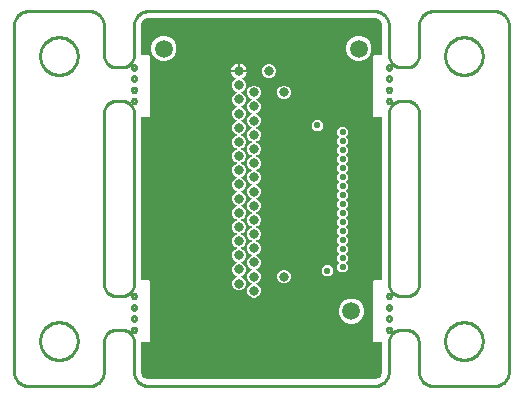
<source format=gbr>
G04 EAGLE Gerber RS-274X export*
G75*
%MOIN*%
%FSLAX34Y34*%
%LPD*%
%INBottom Copper*%
%IPPOS*%
%AMOC8*
5,1,8,0,0,1.08239X$1,22.5*%
G01*
%ADD10C,0.059055*%
%ADD11C,0.032000*%
%ADD12C,0.023000*%
%ADD13C,0.010000*%

G36*
X4000Y-10269D02*
X4000Y-10269D01*
X4001Y-10269D01*
X4003Y-10269D01*
X4050Y-10264D01*
X4051Y-10264D01*
X4053Y-10264D01*
X4058Y-10262D01*
X4145Y-10227D01*
X4147Y-10225D01*
X4150Y-10224D01*
X4152Y-10222D01*
X4153Y-10222D01*
X4153Y-10221D01*
X4154Y-10220D01*
X4220Y-10154D01*
X4222Y-10152D01*
X4224Y-10149D01*
X4225Y-10147D01*
X4226Y-10146D01*
X4227Y-10145D01*
X4262Y-10058D01*
X4263Y-10056D01*
X4263Y-10055D01*
X4264Y-10050D01*
X4269Y-10003D01*
X4269Y-10002D01*
X4269Y-10000D01*
X4269Y-9065D01*
X4269Y-9064D01*
X4269Y-9063D01*
X4268Y-9059D01*
X4268Y-9056D01*
X4267Y-9055D01*
X4267Y-9054D01*
X4265Y-9050D01*
X4263Y-9047D01*
X4262Y-9046D01*
X4259Y-9043D01*
X4256Y-9041D01*
X4255Y-9040D01*
X4254Y-9040D01*
X4251Y-9038D01*
X4247Y-9037D01*
X4246Y-9037D01*
X4245Y-9036D01*
X4240Y-9036D01*
X3985Y-9036D01*
X3964Y-9015D01*
X3964Y-6985D01*
X3985Y-6964D01*
X4240Y-6964D01*
X4241Y-6964D01*
X4242Y-6964D01*
X4246Y-6963D01*
X4249Y-6963D01*
X4250Y-6962D01*
X4251Y-6962D01*
X4255Y-6960D01*
X4258Y-6958D01*
X4259Y-6957D01*
X4262Y-6954D01*
X4264Y-6951D01*
X4265Y-6950D01*
X4265Y-6949D01*
X4267Y-6946D01*
X4268Y-6942D01*
X4268Y-6941D01*
X4269Y-6940D01*
X4269Y-6935D01*
X4269Y-1565D01*
X4269Y-1564D01*
X4269Y-1563D01*
X4268Y-1559D01*
X4268Y-1556D01*
X4267Y-1555D01*
X4267Y-1554D01*
X4265Y-1550D01*
X4263Y-1547D01*
X4262Y-1546D01*
X4259Y-1543D01*
X4256Y-1541D01*
X4255Y-1540D01*
X4254Y-1540D01*
X4251Y-1538D01*
X4247Y-1537D01*
X4246Y-1537D01*
X4245Y-1536D01*
X4240Y-1536D01*
X3985Y-1536D01*
X3964Y-1515D01*
X3964Y515D01*
X3985Y536D01*
X4240Y536D01*
X4241Y536D01*
X4242Y536D01*
X4246Y537D01*
X4249Y537D01*
X4250Y538D01*
X4251Y538D01*
X4255Y540D01*
X4258Y542D01*
X4259Y543D01*
X4262Y546D01*
X4264Y549D01*
X4265Y550D01*
X4265Y551D01*
X4267Y554D01*
X4268Y558D01*
X4268Y559D01*
X4269Y560D01*
X4269Y565D01*
X4269Y1500D01*
X4269Y1501D01*
X4269Y1503D01*
X4264Y1550D01*
X4264Y1551D01*
X4264Y1553D01*
X4262Y1558D01*
X4227Y1645D01*
X4225Y1647D01*
X4224Y1650D01*
X4222Y1652D01*
X4222Y1653D01*
X4221Y1653D01*
X4220Y1654D01*
X4154Y1720D01*
X4152Y1722D01*
X4149Y1724D01*
X4147Y1725D01*
X4146Y1726D01*
X4145Y1727D01*
X4058Y1762D01*
X4056Y1763D01*
X4055Y1763D01*
X4050Y1764D01*
X4003Y1769D01*
X4002Y1769D01*
X4000Y1769D01*
X-3500Y1769D01*
X-3501Y1769D01*
X-3503Y1769D01*
X-3550Y1764D01*
X-3551Y1764D01*
X-3553Y1764D01*
X-3558Y1762D01*
X-3645Y1727D01*
X-3647Y1725D01*
X-3650Y1724D01*
X-3652Y1722D01*
X-3653Y1722D01*
X-3653Y1721D01*
X-3654Y1720D01*
X-3720Y1654D01*
X-3722Y1652D01*
X-3724Y1649D01*
X-3725Y1647D01*
X-3726Y1646D01*
X-3727Y1645D01*
X-3762Y1558D01*
X-3763Y1556D01*
X-3763Y1555D01*
X-3764Y1550D01*
X-3769Y1503D01*
X-3769Y1502D01*
X-3769Y1500D01*
X-3769Y565D01*
X-3769Y564D01*
X-3769Y563D01*
X-3768Y559D01*
X-3768Y556D01*
X-3767Y555D01*
X-3767Y554D01*
X-3765Y550D01*
X-3763Y547D01*
X-3762Y546D01*
X-3759Y543D01*
X-3756Y541D01*
X-3755Y540D01*
X-3754Y540D01*
X-3751Y538D01*
X-3747Y537D01*
X-3746Y537D01*
X-3745Y536D01*
X-3740Y536D01*
X-3485Y536D01*
X-3464Y515D01*
X-3464Y-1515D01*
X-3485Y-1536D01*
X-3740Y-1536D01*
X-3741Y-1536D01*
X-3742Y-1536D01*
X-3746Y-1537D01*
X-3749Y-1537D01*
X-3750Y-1538D01*
X-3751Y-1538D01*
X-3755Y-1540D01*
X-3758Y-1542D01*
X-3759Y-1543D01*
X-3762Y-1546D01*
X-3764Y-1549D01*
X-3765Y-1550D01*
X-3765Y-1551D01*
X-3767Y-1554D01*
X-3768Y-1558D01*
X-3768Y-1559D01*
X-3769Y-1560D01*
X-3769Y-1565D01*
X-3769Y-6935D01*
X-3769Y-6936D01*
X-3769Y-6937D01*
X-3768Y-6941D01*
X-3768Y-6944D01*
X-3767Y-6945D01*
X-3767Y-6946D01*
X-3765Y-6950D01*
X-3763Y-6953D01*
X-3762Y-6954D01*
X-3759Y-6957D01*
X-3756Y-6959D01*
X-3755Y-6960D01*
X-3754Y-6960D01*
X-3751Y-6962D01*
X-3747Y-6963D01*
X-3746Y-6963D01*
X-3745Y-6964D01*
X-3740Y-6964D01*
X-3485Y-6964D01*
X-3464Y-6985D01*
X-3464Y-9015D01*
X-3485Y-9036D01*
X-3740Y-9036D01*
X-3741Y-9036D01*
X-3742Y-9036D01*
X-3746Y-9037D01*
X-3749Y-9037D01*
X-3750Y-9038D01*
X-3751Y-9038D01*
X-3755Y-9040D01*
X-3758Y-9042D01*
X-3759Y-9043D01*
X-3762Y-9046D01*
X-3764Y-9049D01*
X-3765Y-9050D01*
X-3765Y-9051D01*
X-3767Y-9054D01*
X-3768Y-9058D01*
X-3768Y-9059D01*
X-3769Y-9060D01*
X-3769Y-9065D01*
X-3769Y-10000D01*
X-3769Y-10001D01*
X-3769Y-10003D01*
X-3764Y-10050D01*
X-3764Y-10051D01*
X-3764Y-10053D01*
X-3762Y-10058D01*
X-3727Y-10145D01*
X-3725Y-10147D01*
X-3724Y-10150D01*
X-3722Y-10152D01*
X-3722Y-10153D01*
X-3721Y-10153D01*
X-3720Y-10154D01*
X-3654Y-10220D01*
X-3652Y-10222D01*
X-3649Y-10224D01*
X-3647Y-10225D01*
X-3646Y-10226D01*
X-3645Y-10227D01*
X-3558Y-10262D01*
X-3556Y-10263D01*
X-3555Y-10263D01*
X-3550Y-10264D01*
X-3503Y-10269D01*
X-3502Y-10269D01*
X-3500Y-10269D01*
X4000Y-10269D01*
X4000Y-10269D01*
G37*
%LPC*%
G36*
X-545Y-7312D02*
X-545Y-7312D01*
X-628Y-7278D01*
X-691Y-7214D01*
X-726Y-7132D01*
X-726Y-7042D01*
X-691Y-6959D01*
X-628Y-6895D01*
X-585Y-6877D01*
X-582Y-6876D01*
X-580Y-6875D01*
X-578Y-6873D01*
X-577Y-6872D01*
X-575Y-6870D01*
X-573Y-6868D01*
X-572Y-6866D01*
X-571Y-6865D01*
X-570Y-6862D01*
X-568Y-6860D01*
X-568Y-6858D01*
X-567Y-6856D01*
X-567Y-6853D01*
X-567Y-6850D01*
X-567Y-6848D01*
X-567Y-6846D01*
X-568Y-6844D01*
X-568Y-6841D01*
X-569Y-6839D01*
X-570Y-6837D01*
X-572Y-6835D01*
X-573Y-6832D01*
X-574Y-6831D01*
X-576Y-6830D01*
X-578Y-6828D01*
X-580Y-6826D01*
X-583Y-6825D01*
X-583Y-6824D01*
X-584Y-6824D01*
X-585Y-6823D01*
X-628Y-6806D01*
X-691Y-6742D01*
X-726Y-6659D01*
X-726Y-6569D01*
X-691Y-6486D01*
X-628Y-6423D01*
X-585Y-6405D01*
X-582Y-6403D01*
X-580Y-6402D01*
X-578Y-6401D01*
X-577Y-6400D01*
X-575Y-6398D01*
X-573Y-6396D01*
X-572Y-6394D01*
X-571Y-6393D01*
X-570Y-6390D01*
X-568Y-6387D01*
X-568Y-6385D01*
X-567Y-6384D01*
X-567Y-6381D01*
X-567Y-6378D01*
X-567Y-6376D01*
X-567Y-6374D01*
X-568Y-6371D01*
X-568Y-6368D01*
X-569Y-6367D01*
X-570Y-6365D01*
X-572Y-6362D01*
X-573Y-6360D01*
X-574Y-6359D01*
X-576Y-6357D01*
X-578Y-6355D01*
X-580Y-6353D01*
X-583Y-6352D01*
X-584Y-6351D01*
X-585Y-6351D01*
X-628Y-6333D01*
X-691Y-6270D01*
X-726Y-6187D01*
X-726Y-6097D01*
X-691Y-6014D01*
X-628Y-5950D01*
X-585Y-5933D01*
X-582Y-5931D01*
X-580Y-5930D01*
X-578Y-5928D01*
X-577Y-5927D01*
X-575Y-5925D01*
X-573Y-5923D01*
X-572Y-5922D01*
X-571Y-5920D01*
X-570Y-5917D01*
X-568Y-5915D01*
X-568Y-5913D01*
X-567Y-5911D01*
X-567Y-5908D01*
X-567Y-5905D01*
X-567Y-5903D01*
X-567Y-5902D01*
X-568Y-5899D01*
X-568Y-5896D01*
X-569Y-5894D01*
X-570Y-5892D01*
X-572Y-5890D01*
X-573Y-5887D01*
X-574Y-5886D01*
X-576Y-5885D01*
X-578Y-5883D01*
X-580Y-5881D01*
X-583Y-5880D01*
X-583Y-5879D01*
X-584Y-5879D01*
X-585Y-5878D01*
X-628Y-5861D01*
X-691Y-5797D01*
X-726Y-5714D01*
X-726Y-5624D01*
X-691Y-5541D01*
X-628Y-5478D01*
X-585Y-5460D01*
X-582Y-5459D01*
X-580Y-5457D01*
X-578Y-5456D01*
X-577Y-5455D01*
X-575Y-5453D01*
X-573Y-5451D01*
X-572Y-5449D01*
X-571Y-5448D01*
X-570Y-5445D01*
X-568Y-5442D01*
X-568Y-5440D01*
X-567Y-5439D01*
X-567Y-5436D01*
X-567Y-5433D01*
X-567Y-5431D01*
X-567Y-5429D01*
X-568Y-5426D01*
X-568Y-5423D01*
X-569Y-5422D01*
X-570Y-5420D01*
X-572Y-5418D01*
X-573Y-5415D01*
X-574Y-5414D01*
X-576Y-5412D01*
X-578Y-5411D01*
X-580Y-5409D01*
X-583Y-5407D01*
X-584Y-5407D01*
X-585Y-5406D01*
X-628Y-5388D01*
X-691Y-5325D01*
X-726Y-5242D01*
X-726Y-5152D01*
X-691Y-5069D01*
X-628Y-5005D01*
X-585Y-4988D01*
X-582Y-4986D01*
X-580Y-4985D01*
X-578Y-4984D01*
X-577Y-4983D01*
X-575Y-4980D01*
X-573Y-4978D01*
X-572Y-4977D01*
X-571Y-4975D01*
X-570Y-4972D01*
X-568Y-4970D01*
X-568Y-4968D01*
X-567Y-4966D01*
X-567Y-4963D01*
X-567Y-4960D01*
X-567Y-4959D01*
X-567Y-4957D01*
X-568Y-4954D01*
X-568Y-4951D01*
X-569Y-4949D01*
X-570Y-4948D01*
X-572Y-4945D01*
X-573Y-4943D01*
X-574Y-4941D01*
X-576Y-4940D01*
X-578Y-4938D01*
X-580Y-4936D01*
X-583Y-4935D01*
X-583Y-4934D01*
X-584Y-4934D01*
X-585Y-4934D01*
X-628Y-4916D01*
X-691Y-4852D01*
X-726Y-4769D01*
X-726Y-4680D01*
X-691Y-4597D01*
X-628Y-4533D01*
X-585Y-4515D01*
X-582Y-4514D01*
X-580Y-4512D01*
X-578Y-4511D01*
X-577Y-4510D01*
X-575Y-4508D01*
X-573Y-4506D01*
X-572Y-4504D01*
X-571Y-4503D01*
X-570Y-4500D01*
X-568Y-4497D01*
X-568Y-4496D01*
X-567Y-4494D01*
X-567Y-4491D01*
X-567Y-4488D01*
X-567Y-4486D01*
X-567Y-4484D01*
X-568Y-4481D01*
X-568Y-4479D01*
X-569Y-4477D01*
X-570Y-4475D01*
X-572Y-4473D01*
X-573Y-4470D01*
X-574Y-4469D01*
X-576Y-4467D01*
X-578Y-4466D01*
X-580Y-4464D01*
X-583Y-4462D01*
X-584Y-4462D01*
X-585Y-4461D01*
X-628Y-4443D01*
X-691Y-4380D01*
X-726Y-4297D01*
X-726Y-4207D01*
X-691Y-4124D01*
X-628Y-4061D01*
X-585Y-4043D01*
X-582Y-4041D01*
X-580Y-4040D01*
X-578Y-4039D01*
X-577Y-4038D01*
X-575Y-4035D01*
X-573Y-4033D01*
X-572Y-4032D01*
X-571Y-4030D01*
X-570Y-4028D01*
X-568Y-4025D01*
X-568Y-4023D01*
X-567Y-4021D01*
X-567Y-4018D01*
X-567Y-4016D01*
X-567Y-4014D01*
X-567Y-4012D01*
X-568Y-4009D01*
X-568Y-4006D01*
X-569Y-4004D01*
X-570Y-4003D01*
X-572Y-4000D01*
X-573Y-3998D01*
X-574Y-3996D01*
X-576Y-3995D01*
X-578Y-3993D01*
X-580Y-3991D01*
X-583Y-3990D01*
X-583Y-3989D01*
X-584Y-3989D01*
X-585Y-3989D01*
X-628Y-3971D01*
X-691Y-3907D01*
X-726Y-3824D01*
X-726Y-3735D01*
X-691Y-3652D01*
X-628Y-3588D01*
X-585Y-3570D01*
X-582Y-3569D01*
X-580Y-3568D01*
X-578Y-3566D01*
X-577Y-3565D01*
X-575Y-3563D01*
X-573Y-3561D01*
X-572Y-3559D01*
X-571Y-3558D01*
X-570Y-3555D01*
X-568Y-3553D01*
X-568Y-3551D01*
X-567Y-3549D01*
X-567Y-3546D01*
X-567Y-3543D01*
X-567Y-3541D01*
X-567Y-3539D01*
X-568Y-3537D01*
X-568Y-3534D01*
X-569Y-3532D01*
X-570Y-3530D01*
X-572Y-3528D01*
X-573Y-3525D01*
X-574Y-3524D01*
X-576Y-3522D01*
X-578Y-3521D01*
X-580Y-3519D01*
X-583Y-3517D01*
X-584Y-3517D01*
X-585Y-3516D01*
X-628Y-3498D01*
X-691Y-3435D01*
X-726Y-3352D01*
X-726Y-3262D01*
X-691Y-3179D01*
X-628Y-3116D01*
X-585Y-3098D01*
X-582Y-3096D01*
X-580Y-3095D01*
X-578Y-3094D01*
X-577Y-3093D01*
X-575Y-3091D01*
X-573Y-3089D01*
X-572Y-3087D01*
X-571Y-3085D01*
X-570Y-3083D01*
X-568Y-3080D01*
X-568Y-3078D01*
X-567Y-3076D01*
X-567Y-3074D01*
X-567Y-3071D01*
X-567Y-3069D01*
X-567Y-3067D01*
X-568Y-3064D01*
X-568Y-3061D01*
X-569Y-3060D01*
X-570Y-3058D01*
X-572Y-3055D01*
X-573Y-3053D01*
X-574Y-3052D01*
X-576Y-3050D01*
X-578Y-3048D01*
X-580Y-3046D01*
X-583Y-3045D01*
X-584Y-3044D01*
X-585Y-3044D01*
X-628Y-3026D01*
X-691Y-2963D01*
X-726Y-2880D01*
X-726Y-2790D01*
X-691Y-2707D01*
X-628Y-2643D01*
X-585Y-2625D01*
X-582Y-2624D01*
X-580Y-2623D01*
X-578Y-2621D01*
X-577Y-2620D01*
X-575Y-2618D01*
X-573Y-2616D01*
X-572Y-2614D01*
X-571Y-2613D01*
X-570Y-2610D01*
X-568Y-2608D01*
X-568Y-2606D01*
X-567Y-2604D01*
X-567Y-2601D01*
X-567Y-2598D01*
X-567Y-2596D01*
X-567Y-2594D01*
X-568Y-2592D01*
X-568Y-2589D01*
X-569Y-2587D01*
X-570Y-2585D01*
X-572Y-2583D01*
X-573Y-2580D01*
X-574Y-2579D01*
X-576Y-2578D01*
X-578Y-2576D01*
X-580Y-2574D01*
X-583Y-2573D01*
X-583Y-2572D01*
X-584Y-2572D01*
X-585Y-2571D01*
X-628Y-2554D01*
X-691Y-2490D01*
X-726Y-2407D01*
X-726Y-2317D01*
X-691Y-2234D01*
X-628Y-2171D01*
X-585Y-2153D01*
X-582Y-2151D01*
X-580Y-2150D01*
X-578Y-2149D01*
X-577Y-2148D01*
X-575Y-2146D01*
X-573Y-2144D01*
X-572Y-2142D01*
X-571Y-2141D01*
X-570Y-2138D01*
X-568Y-2135D01*
X-568Y-2133D01*
X-567Y-2132D01*
X-567Y-2129D01*
X-567Y-2126D01*
X-567Y-2124D01*
X-567Y-2122D01*
X-568Y-2119D01*
X-568Y-2116D01*
X-569Y-2115D01*
X-570Y-2113D01*
X-572Y-2111D01*
X-573Y-2108D01*
X-574Y-2107D01*
X-576Y-2105D01*
X-578Y-2103D01*
X-580Y-2101D01*
X-583Y-2100D01*
X-584Y-2099D01*
X-585Y-2099D01*
X-628Y-2081D01*
X-691Y-2018D01*
X-726Y-1935D01*
X-726Y-1845D01*
X-691Y-1762D01*
X-628Y-1698D01*
X-585Y-1681D01*
X-582Y-1679D01*
X-580Y-1678D01*
X-578Y-1677D01*
X-577Y-1676D01*
X-575Y-1673D01*
X-573Y-1671D01*
X-572Y-1670D01*
X-571Y-1668D01*
X-570Y-1665D01*
X-568Y-1663D01*
X-568Y-1661D01*
X-567Y-1659D01*
X-567Y-1656D01*
X-567Y-1653D01*
X-567Y-1651D01*
X-567Y-1650D01*
X-568Y-1647D01*
X-568Y-1644D01*
X-569Y-1642D01*
X-570Y-1640D01*
X-572Y-1638D01*
X-573Y-1636D01*
X-574Y-1634D01*
X-576Y-1633D01*
X-578Y-1631D01*
X-580Y-1629D01*
X-583Y-1628D01*
X-583Y-1627D01*
X-584Y-1627D01*
X-585Y-1627D01*
X-628Y-1609D01*
X-691Y-1545D01*
X-726Y-1462D01*
X-726Y-1372D01*
X-691Y-1289D01*
X-628Y-1226D01*
X-585Y-1208D01*
X-582Y-1207D01*
X-580Y-1205D01*
X-578Y-1204D01*
X-577Y-1203D01*
X-575Y-1201D01*
X-573Y-1199D01*
X-572Y-1197D01*
X-571Y-1196D01*
X-570Y-1193D01*
X-568Y-1190D01*
X-568Y-1188D01*
X-567Y-1187D01*
X-567Y-1184D01*
X-567Y-1181D01*
X-567Y-1179D01*
X-567Y-1177D01*
X-568Y-1174D01*
X-568Y-1171D01*
X-569Y-1170D01*
X-570Y-1168D01*
X-572Y-1166D01*
X-573Y-1163D01*
X-574Y-1162D01*
X-576Y-1160D01*
X-578Y-1159D01*
X-580Y-1157D01*
X-583Y-1155D01*
X-584Y-1155D01*
X-585Y-1154D01*
X-628Y-1136D01*
X-691Y-1073D01*
X-726Y-990D01*
X-726Y-900D01*
X-691Y-817D01*
X-628Y-754D01*
X-585Y-736D01*
X-582Y-734D01*
X-580Y-733D01*
X-578Y-732D01*
X-577Y-731D01*
X-575Y-728D01*
X-573Y-726D01*
X-572Y-725D01*
X-571Y-723D01*
X-570Y-720D01*
X-568Y-718D01*
X-568Y-716D01*
X-567Y-714D01*
X-567Y-711D01*
X-567Y-708D01*
X-567Y-707D01*
X-567Y-705D01*
X-568Y-702D01*
X-568Y-699D01*
X-569Y-697D01*
X-570Y-696D01*
X-572Y-693D01*
X-573Y-691D01*
X-574Y-689D01*
X-576Y-688D01*
X-578Y-686D01*
X-580Y-684D01*
X-583Y-683D01*
X-583Y-682D01*
X-584Y-682D01*
X-585Y-682D01*
X-628Y-664D01*
X-691Y-600D01*
X-726Y-517D01*
X-726Y-428D01*
X-691Y-345D01*
X-627Y-280D01*
X-625Y-279D01*
X-621Y-277D01*
X-618Y-273D01*
X-615Y-269D01*
X-614Y-265D01*
X-612Y-260D01*
X-612Y-255D01*
X-612Y-251D01*
X-613Y-246D01*
X-615Y-242D01*
X-617Y-238D01*
X-620Y-234D01*
X-624Y-230D01*
X-666Y-203D01*
X-703Y-166D01*
X-731Y-124D01*
X-751Y-76D01*
X-757Y-47D01*
X-518Y-47D01*
X-516Y-47D01*
X-515Y-47D01*
X-512Y-46D01*
X-508Y-45D01*
X-507Y-45D01*
X-506Y-44D01*
X-503Y-42D01*
X-500Y-41D01*
X-499Y-42D01*
X-498Y-42D01*
X-497Y-43D01*
X-493Y-44D01*
X-490Y-46D01*
X-489Y-46D01*
X-488Y-46D01*
X-482Y-47D01*
X-243Y-47D01*
X-249Y-76D01*
X-269Y-124D01*
X-294Y-162D01*
X-297Y-166D01*
X-334Y-203D01*
X-375Y-230D01*
X-376Y-230D01*
X-379Y-234D01*
X-382Y-237D01*
X-383Y-237D01*
X-385Y-241D01*
X-387Y-245D01*
X-387Y-246D01*
X-388Y-250D01*
X-388Y-255D01*
X-388Y-260D01*
X-387Y-264D01*
X-385Y-269D01*
X-382Y-273D01*
X-379Y-276D01*
X-375Y-279D01*
X-373Y-281D01*
X-309Y-345D01*
X-274Y-428D01*
X-274Y-517D01*
X-309Y-600D01*
X-372Y-664D01*
X-415Y-682D01*
X-418Y-683D01*
X-420Y-684D01*
X-422Y-686D01*
X-423Y-687D01*
X-425Y-689D01*
X-427Y-691D01*
X-428Y-693D01*
X-429Y-694D01*
X-430Y-697D01*
X-432Y-699D01*
X-432Y-701D01*
X-433Y-703D01*
X-433Y-706D01*
X-433Y-709D01*
X-433Y-711D01*
X-433Y-713D01*
X-432Y-715D01*
X-432Y-718D01*
X-431Y-720D01*
X-430Y-722D01*
X-428Y-724D01*
X-427Y-727D01*
X-426Y-728D01*
X-424Y-729D01*
X-422Y-731D01*
X-420Y-733D01*
X-417Y-735D01*
X-416Y-735D01*
X-415Y-736D01*
X-372Y-754D01*
X-309Y-817D01*
X-274Y-900D01*
X-274Y-990D01*
X-309Y-1073D01*
X-372Y-1136D01*
X-415Y-1154D01*
X-418Y-1156D01*
X-420Y-1157D01*
X-422Y-1158D01*
X-423Y-1159D01*
X-425Y-1161D01*
X-427Y-1163D01*
X-428Y-1165D01*
X-429Y-1167D01*
X-430Y-1169D01*
X-432Y-1172D01*
X-432Y-1174D01*
X-433Y-1176D01*
X-433Y-1178D01*
X-433Y-1181D01*
X-433Y-1183D01*
X-433Y-1185D01*
X-432Y-1188D01*
X-432Y-1191D01*
X-431Y-1192D01*
X-430Y-1194D01*
X-428Y-1197D01*
X-427Y-1199D01*
X-426Y-1200D01*
X-424Y-1202D01*
X-422Y-1204D01*
X-420Y-1206D01*
X-417Y-1207D01*
X-416Y-1208D01*
X-415Y-1208D01*
X-372Y-1226D01*
X-309Y-1289D01*
X-274Y-1372D01*
X-274Y-1462D01*
X-309Y-1545D01*
X-372Y-1609D01*
X-415Y-1627D01*
X-418Y-1628D01*
X-420Y-1629D01*
X-422Y-1631D01*
X-423Y-1632D01*
X-425Y-1634D01*
X-427Y-1636D01*
X-428Y-1638D01*
X-429Y-1639D01*
X-430Y-1642D01*
X-432Y-1644D01*
X-432Y-1646D01*
X-433Y-1648D01*
X-433Y-1651D01*
X-433Y-1654D01*
X-433Y-1656D01*
X-433Y-1658D01*
X-432Y-1660D01*
X-432Y-1663D01*
X-431Y-1665D01*
X-430Y-1667D01*
X-428Y-1669D01*
X-427Y-1672D01*
X-426Y-1673D01*
X-424Y-1674D01*
X-422Y-1676D01*
X-420Y-1678D01*
X-417Y-1679D01*
X-417Y-1680D01*
X-416Y-1680D01*
X-415Y-1681D01*
X-372Y-1698D01*
X-309Y-1762D01*
X-274Y-1845D01*
X-274Y-1935D01*
X-309Y-2018D01*
X-372Y-2081D01*
X-415Y-2099D01*
X-418Y-2101D01*
X-420Y-2102D01*
X-422Y-2103D01*
X-423Y-2104D01*
X-425Y-2106D01*
X-427Y-2108D01*
X-428Y-2110D01*
X-429Y-2111D01*
X-430Y-2114D01*
X-432Y-2117D01*
X-432Y-2119D01*
X-433Y-2120D01*
X-433Y-2123D01*
X-433Y-2126D01*
X-433Y-2128D01*
X-433Y-2130D01*
X-432Y-2133D01*
X-432Y-2136D01*
X-431Y-2137D01*
X-430Y-2139D01*
X-428Y-2141D01*
X-427Y-2144D01*
X-426Y-2145D01*
X-424Y-2147D01*
X-422Y-2149D01*
X-420Y-2150D01*
X-417Y-2152D01*
X-416Y-2152D01*
X-415Y-2153D01*
X-372Y-2171D01*
X-309Y-2234D01*
X-274Y-2317D01*
X-274Y-2407D01*
X-309Y-2490D01*
X-372Y-2554D01*
X-415Y-2571D01*
X-418Y-2573D01*
X-420Y-2574D01*
X-422Y-2575D01*
X-423Y-2576D01*
X-425Y-2579D01*
X-427Y-2581D01*
X-428Y-2582D01*
X-429Y-2584D01*
X-430Y-2587D01*
X-432Y-2589D01*
X-432Y-2591D01*
X-433Y-2593D01*
X-433Y-2596D01*
X-433Y-2599D01*
X-433Y-2601D01*
X-433Y-2602D01*
X-432Y-2605D01*
X-432Y-2608D01*
X-431Y-2610D01*
X-430Y-2612D01*
X-428Y-2614D01*
X-427Y-2616D01*
X-426Y-2618D01*
X-424Y-2619D01*
X-422Y-2621D01*
X-420Y-2623D01*
X-417Y-2624D01*
X-417Y-2625D01*
X-416Y-2625D01*
X-415Y-2625D01*
X-372Y-2643D01*
X-309Y-2707D01*
X-274Y-2790D01*
X-274Y-2880D01*
X-309Y-2963D01*
X-372Y-3026D01*
X-415Y-3044D01*
X-418Y-3045D01*
X-420Y-3047D01*
X-422Y-3048D01*
X-423Y-3049D01*
X-425Y-3051D01*
X-427Y-3053D01*
X-428Y-3055D01*
X-429Y-3056D01*
X-430Y-3059D01*
X-432Y-3062D01*
X-432Y-3064D01*
X-433Y-3065D01*
X-433Y-3068D01*
X-433Y-3071D01*
X-433Y-3073D01*
X-433Y-3075D01*
X-432Y-3078D01*
X-432Y-3081D01*
X-431Y-3082D01*
X-430Y-3084D01*
X-428Y-3086D01*
X-427Y-3089D01*
X-426Y-3090D01*
X-424Y-3092D01*
X-422Y-3093D01*
X-420Y-3095D01*
X-417Y-3097D01*
X-416Y-3097D01*
X-415Y-3098D01*
X-372Y-3116D01*
X-309Y-3179D01*
X-274Y-3262D01*
X-274Y-3352D01*
X-309Y-3435D01*
X-372Y-3498D01*
X-415Y-3516D01*
X-418Y-3518D01*
X-420Y-3519D01*
X-422Y-3520D01*
X-423Y-3521D01*
X-425Y-3524D01*
X-427Y-3526D01*
X-428Y-3527D01*
X-429Y-3529D01*
X-430Y-3531D01*
X-432Y-3534D01*
X-432Y-3536D01*
X-433Y-3538D01*
X-433Y-3541D01*
X-433Y-3544D01*
X-433Y-3545D01*
X-433Y-3547D01*
X-432Y-3550D01*
X-432Y-3553D01*
X-431Y-3555D01*
X-430Y-3556D01*
X-428Y-3559D01*
X-427Y-3561D01*
X-426Y-3563D01*
X-424Y-3564D01*
X-422Y-3566D01*
X-420Y-3568D01*
X-417Y-3569D01*
X-417Y-3570D01*
X-416Y-3570D01*
X-415Y-3570D01*
X-372Y-3588D01*
X-309Y-3652D01*
X-274Y-3735D01*
X-274Y-3824D01*
X-309Y-3907D01*
X-372Y-3971D01*
X-415Y-3989D01*
X-418Y-3990D01*
X-420Y-3991D01*
X-422Y-3993D01*
X-423Y-3994D01*
X-425Y-3996D01*
X-427Y-3998D01*
X-428Y-4000D01*
X-429Y-4001D01*
X-430Y-4004D01*
X-432Y-4007D01*
X-432Y-4008D01*
X-433Y-4010D01*
X-433Y-4013D01*
X-433Y-4016D01*
X-433Y-4018D01*
X-433Y-4020D01*
X-432Y-4023D01*
X-432Y-4025D01*
X-431Y-4027D01*
X-430Y-4029D01*
X-428Y-4031D01*
X-427Y-4034D01*
X-426Y-4035D01*
X-424Y-4037D01*
X-422Y-4038D01*
X-420Y-4040D01*
X-417Y-4042D01*
X-416Y-4042D01*
X-415Y-4043D01*
X-372Y-4061D01*
X-309Y-4124D01*
X-274Y-4207D01*
X-274Y-4297D01*
X-309Y-4380D01*
X-372Y-4443D01*
X-415Y-4461D01*
X-418Y-4463D01*
X-420Y-4464D01*
X-422Y-4465D01*
X-423Y-4466D01*
X-425Y-4468D01*
X-427Y-4471D01*
X-428Y-4472D01*
X-429Y-4474D01*
X-430Y-4476D01*
X-432Y-4479D01*
X-432Y-4481D01*
X-433Y-4483D01*
X-433Y-4486D01*
X-433Y-4488D01*
X-433Y-4490D01*
X-433Y-4492D01*
X-432Y-4495D01*
X-432Y-4498D01*
X-431Y-4499D01*
X-430Y-4501D01*
X-428Y-4504D01*
X-427Y-4506D01*
X-426Y-4508D01*
X-424Y-4509D01*
X-422Y-4511D01*
X-420Y-4513D01*
X-417Y-4514D01*
X-417Y-4515D01*
X-416Y-4515D01*
X-415Y-4515D01*
X-372Y-4533D01*
X-309Y-4597D01*
X-274Y-4680D01*
X-274Y-4769D01*
X-309Y-4852D01*
X-372Y-4916D01*
X-415Y-4934D01*
X-418Y-4935D01*
X-420Y-4936D01*
X-422Y-4938D01*
X-423Y-4939D01*
X-425Y-4941D01*
X-427Y-4943D01*
X-428Y-4945D01*
X-429Y-4946D01*
X-430Y-4949D01*
X-432Y-4951D01*
X-432Y-4953D01*
X-433Y-4955D01*
X-433Y-4958D01*
X-433Y-4961D01*
X-433Y-4963D01*
X-433Y-4965D01*
X-432Y-4967D01*
X-432Y-4970D01*
X-431Y-4972D01*
X-430Y-4974D01*
X-428Y-4976D01*
X-427Y-4979D01*
X-426Y-4980D01*
X-424Y-4981D01*
X-422Y-4983D01*
X-420Y-4985D01*
X-417Y-4986D01*
X-417Y-4987D01*
X-416Y-4987D01*
X-415Y-4988D01*
X-372Y-5005D01*
X-309Y-5069D01*
X-274Y-5152D01*
X-274Y-5242D01*
X-309Y-5325D01*
X-372Y-5388D01*
X-415Y-5406D01*
X-418Y-5408D01*
X-420Y-5409D01*
X-422Y-5410D01*
X-423Y-5411D01*
X-425Y-5413D01*
X-427Y-5415D01*
X-428Y-5417D01*
X-429Y-5419D01*
X-430Y-5421D01*
X-432Y-5424D01*
X-432Y-5426D01*
X-433Y-5427D01*
X-433Y-5430D01*
X-433Y-5433D01*
X-433Y-5435D01*
X-433Y-5437D01*
X-432Y-5440D01*
X-432Y-5443D01*
X-431Y-5444D01*
X-430Y-5446D01*
X-428Y-5449D01*
X-427Y-5451D01*
X-426Y-5452D01*
X-424Y-5454D01*
X-422Y-5456D01*
X-420Y-5458D01*
X-417Y-5459D01*
X-416Y-5460D01*
X-415Y-5460D01*
X-372Y-5478D01*
X-309Y-5541D01*
X-274Y-5624D01*
X-274Y-5714D01*
X-309Y-5797D01*
X-372Y-5861D01*
X-415Y-5878D01*
X-418Y-5880D01*
X-420Y-5881D01*
X-422Y-5883D01*
X-423Y-5884D01*
X-425Y-5886D01*
X-427Y-5888D01*
X-428Y-5889D01*
X-429Y-5891D01*
X-430Y-5894D01*
X-432Y-5896D01*
X-432Y-5898D01*
X-433Y-5900D01*
X-433Y-5903D01*
X-433Y-5906D01*
X-433Y-5908D01*
X-433Y-5909D01*
X-432Y-5912D01*
X-432Y-5915D01*
X-431Y-5917D01*
X-430Y-5919D01*
X-428Y-5921D01*
X-427Y-5924D01*
X-426Y-5925D01*
X-424Y-5926D01*
X-422Y-5928D01*
X-420Y-5930D01*
X-417Y-5931D01*
X-417Y-5932D01*
X-416Y-5932D01*
X-415Y-5933D01*
X-372Y-5950D01*
X-309Y-6014D01*
X-274Y-6097D01*
X-274Y-6187D01*
X-309Y-6270D01*
X-372Y-6333D01*
X-415Y-6351D01*
X-418Y-6352D01*
X-420Y-6354D01*
X-422Y-6355D01*
X-423Y-6356D01*
X-425Y-6358D01*
X-427Y-6360D01*
X-428Y-6362D01*
X-429Y-6363D01*
X-430Y-6366D01*
X-432Y-6369D01*
X-432Y-6371D01*
X-433Y-6372D01*
X-433Y-6375D01*
X-433Y-6378D01*
X-433Y-6380D01*
X-433Y-6382D01*
X-432Y-6385D01*
X-432Y-6388D01*
X-431Y-6389D01*
X-430Y-6391D01*
X-428Y-6393D01*
X-427Y-6396D01*
X-426Y-6397D01*
X-424Y-6399D01*
X-422Y-6400D01*
X-420Y-6402D01*
X-417Y-6404D01*
X-416Y-6404D01*
X-415Y-6405D01*
X-372Y-6423D01*
X-309Y-6486D01*
X-274Y-6569D01*
X-274Y-6659D01*
X-309Y-6742D01*
X-372Y-6806D01*
X-415Y-6823D01*
X-418Y-6825D01*
X-420Y-6826D01*
X-422Y-6827D01*
X-423Y-6828D01*
X-425Y-6831D01*
X-427Y-6833D01*
X-428Y-6834D01*
X-429Y-6836D01*
X-430Y-6839D01*
X-432Y-6841D01*
X-432Y-6843D01*
X-433Y-6845D01*
X-433Y-6848D01*
X-433Y-6851D01*
X-433Y-6852D01*
X-433Y-6854D01*
X-432Y-6857D01*
X-432Y-6860D01*
X-431Y-6862D01*
X-430Y-6863D01*
X-428Y-6866D01*
X-427Y-6868D01*
X-426Y-6870D01*
X-424Y-6871D01*
X-422Y-6873D01*
X-420Y-6875D01*
X-417Y-6876D01*
X-417Y-6877D01*
X-416Y-6877D01*
X-415Y-6877D01*
X-372Y-6895D01*
X-309Y-6959D01*
X-274Y-7042D01*
X-274Y-7132D01*
X-309Y-7214D01*
X-372Y-7278D01*
X-455Y-7312D01*
X-545Y-7312D01*
G37*
%LPD*%
%LPC*%
G36*
X-45Y-7549D02*
X-45Y-7549D01*
X-128Y-7514D01*
X-191Y-7451D01*
X-226Y-7368D01*
X-226Y-7278D01*
X-191Y-7195D01*
X-128Y-7131D01*
X-85Y-7114D01*
X-82Y-7112D01*
X-80Y-7111D01*
X-78Y-7110D01*
X-77Y-7109D01*
X-75Y-7106D01*
X-73Y-7104D01*
X-72Y-7103D01*
X-71Y-7101D01*
X-70Y-7098D01*
X-68Y-7096D01*
X-68Y-7094D01*
X-67Y-7092D01*
X-67Y-7089D01*
X-67Y-7086D01*
X-67Y-7085D01*
X-67Y-7083D01*
X-68Y-7080D01*
X-68Y-7077D01*
X-69Y-7075D01*
X-70Y-7074D01*
X-72Y-7071D01*
X-73Y-7069D01*
X-74Y-7067D01*
X-76Y-7066D01*
X-78Y-7064D01*
X-80Y-7062D01*
X-83Y-7061D01*
X-83Y-7060D01*
X-84Y-7060D01*
X-85Y-7060D01*
X-128Y-7042D01*
X-191Y-6978D01*
X-226Y-6895D01*
X-226Y-6805D01*
X-191Y-6723D01*
X-128Y-6659D01*
X-85Y-6641D01*
X-82Y-6640D01*
X-80Y-6638D01*
X-78Y-6637D01*
X-77Y-6636D01*
X-75Y-6634D01*
X-73Y-6632D01*
X-72Y-6630D01*
X-71Y-6629D01*
X-70Y-6626D01*
X-68Y-6623D01*
X-68Y-6622D01*
X-67Y-6620D01*
X-67Y-6617D01*
X-67Y-6614D01*
X-67Y-6612D01*
X-67Y-6610D01*
X-68Y-6607D01*
X-68Y-6605D01*
X-69Y-6603D01*
X-70Y-6601D01*
X-72Y-6599D01*
X-73Y-6596D01*
X-74Y-6595D01*
X-76Y-6593D01*
X-78Y-6592D01*
X-80Y-6590D01*
X-83Y-6588D01*
X-84Y-6588D01*
X-85Y-6587D01*
X-128Y-6569D01*
X-191Y-6506D01*
X-226Y-6423D01*
X-226Y-6333D01*
X-191Y-6250D01*
X-128Y-6187D01*
X-85Y-6169D01*
X-82Y-6167D01*
X-80Y-6166D01*
X-78Y-6165D01*
X-77Y-6164D01*
X-75Y-6161D01*
X-73Y-6159D01*
X-72Y-6158D01*
X-71Y-6156D01*
X-70Y-6154D01*
X-68Y-6151D01*
X-68Y-6149D01*
X-67Y-6147D01*
X-67Y-6144D01*
X-67Y-6142D01*
X-67Y-6140D01*
X-67Y-6138D01*
X-68Y-6135D01*
X-68Y-6132D01*
X-69Y-6130D01*
X-70Y-6129D01*
X-72Y-6126D01*
X-73Y-6124D01*
X-74Y-6122D01*
X-76Y-6121D01*
X-78Y-6119D01*
X-80Y-6117D01*
X-83Y-6116D01*
X-83Y-6115D01*
X-84Y-6115D01*
X-85Y-6115D01*
X-128Y-6097D01*
X-191Y-6033D01*
X-226Y-5950D01*
X-226Y-5861D01*
X-191Y-5778D01*
X-128Y-5714D01*
X-85Y-5696D01*
X-82Y-5695D01*
X-80Y-5694D01*
X-78Y-5692D01*
X-77Y-5691D01*
X-75Y-5689D01*
X-73Y-5687D01*
X-72Y-5685D01*
X-71Y-5684D01*
X-70Y-5681D01*
X-68Y-5679D01*
X-68Y-5677D01*
X-67Y-5675D01*
X-67Y-5672D01*
X-67Y-5669D01*
X-67Y-5667D01*
X-67Y-5665D01*
X-68Y-5663D01*
X-68Y-5660D01*
X-69Y-5658D01*
X-70Y-5656D01*
X-72Y-5654D01*
X-73Y-5651D01*
X-74Y-5650D01*
X-76Y-5648D01*
X-78Y-5647D01*
X-80Y-5645D01*
X-83Y-5643D01*
X-84Y-5643D01*
X-85Y-5642D01*
X-128Y-5624D01*
X-191Y-5561D01*
X-226Y-5478D01*
X-226Y-5388D01*
X-191Y-5305D01*
X-128Y-5242D01*
X-85Y-5224D01*
X-82Y-5222D01*
X-80Y-5221D01*
X-78Y-5220D01*
X-77Y-5219D01*
X-75Y-5217D01*
X-73Y-5215D01*
X-72Y-5213D01*
X-71Y-5211D01*
X-70Y-5209D01*
X-68Y-5206D01*
X-68Y-5204D01*
X-67Y-5202D01*
X-67Y-5200D01*
X-67Y-5197D01*
X-67Y-5195D01*
X-67Y-5193D01*
X-68Y-5190D01*
X-68Y-5187D01*
X-69Y-5186D01*
X-70Y-5184D01*
X-72Y-5181D01*
X-73Y-5179D01*
X-74Y-5178D01*
X-76Y-5176D01*
X-78Y-5174D01*
X-80Y-5172D01*
X-83Y-5171D01*
X-84Y-5170D01*
X-85Y-5170D01*
X-128Y-5152D01*
X-191Y-5089D01*
X-226Y-5006D01*
X-226Y-4916D01*
X-191Y-4833D01*
X-128Y-4769D01*
X-85Y-4751D01*
X-82Y-4750D01*
X-80Y-4749D01*
X-78Y-4747D01*
X-77Y-4746D01*
X-75Y-4744D01*
X-73Y-4742D01*
X-72Y-4740D01*
X-71Y-4739D01*
X-70Y-4736D01*
X-68Y-4734D01*
X-68Y-4732D01*
X-67Y-4730D01*
X-67Y-4727D01*
X-67Y-4724D01*
X-67Y-4722D01*
X-67Y-4720D01*
X-68Y-4718D01*
X-68Y-4715D01*
X-69Y-4713D01*
X-70Y-4711D01*
X-72Y-4709D01*
X-73Y-4706D01*
X-74Y-4705D01*
X-76Y-4704D01*
X-78Y-4702D01*
X-80Y-4700D01*
X-83Y-4699D01*
X-83Y-4698D01*
X-84Y-4698D01*
X-85Y-4697D01*
X-128Y-4680D01*
X-191Y-4616D01*
X-226Y-4533D01*
X-226Y-4443D01*
X-191Y-4360D01*
X-128Y-4297D01*
X-85Y-4279D01*
X-82Y-4277D01*
X-80Y-4276D01*
X-78Y-4275D01*
X-77Y-4274D01*
X-75Y-4272D01*
X-73Y-4270D01*
X-72Y-4268D01*
X-71Y-4267D01*
X-70Y-4264D01*
X-68Y-4261D01*
X-68Y-4259D01*
X-67Y-4258D01*
X-67Y-4255D01*
X-67Y-4252D01*
X-67Y-4250D01*
X-67Y-4248D01*
X-68Y-4245D01*
X-68Y-4242D01*
X-69Y-4241D01*
X-70Y-4239D01*
X-72Y-4236D01*
X-73Y-4234D01*
X-74Y-4233D01*
X-76Y-4231D01*
X-78Y-4229D01*
X-80Y-4227D01*
X-83Y-4226D01*
X-84Y-4225D01*
X-85Y-4225D01*
X-128Y-4207D01*
X-191Y-4144D01*
X-226Y-4061D01*
X-226Y-3971D01*
X-191Y-3888D01*
X-128Y-3824D01*
X-85Y-3807D01*
X-82Y-3805D01*
X-80Y-3804D01*
X-78Y-3802D01*
X-77Y-3801D01*
X-75Y-3799D01*
X-73Y-3797D01*
X-72Y-3796D01*
X-71Y-3794D01*
X-70Y-3791D01*
X-68Y-3789D01*
X-68Y-3787D01*
X-67Y-3785D01*
X-67Y-3782D01*
X-67Y-3779D01*
X-67Y-3777D01*
X-67Y-3776D01*
X-68Y-3773D01*
X-68Y-3770D01*
X-69Y-3768D01*
X-70Y-3766D01*
X-72Y-3764D01*
X-73Y-3761D01*
X-74Y-3760D01*
X-76Y-3759D01*
X-78Y-3757D01*
X-80Y-3755D01*
X-83Y-3754D01*
X-83Y-3753D01*
X-84Y-3753D01*
X-85Y-3753D01*
X-128Y-3735D01*
X-191Y-3671D01*
X-226Y-3588D01*
X-226Y-3498D01*
X-191Y-3415D01*
X-128Y-3352D01*
X-85Y-3334D01*
X-82Y-3333D01*
X-80Y-3331D01*
X-78Y-3330D01*
X-77Y-3329D01*
X-75Y-3327D01*
X-73Y-3325D01*
X-72Y-3323D01*
X-71Y-3322D01*
X-70Y-3319D01*
X-68Y-3316D01*
X-68Y-3314D01*
X-67Y-3313D01*
X-67Y-3310D01*
X-67Y-3307D01*
X-67Y-3305D01*
X-67Y-3303D01*
X-68Y-3300D01*
X-68Y-3297D01*
X-69Y-3296D01*
X-70Y-3294D01*
X-72Y-3292D01*
X-73Y-3289D01*
X-74Y-3288D01*
X-76Y-3286D01*
X-78Y-3285D01*
X-80Y-3283D01*
X-83Y-3281D01*
X-84Y-3281D01*
X-85Y-3280D01*
X-128Y-3262D01*
X-191Y-3199D01*
X-226Y-3116D01*
X-226Y-3026D01*
X-191Y-2943D01*
X-128Y-2879D01*
X-85Y-2862D01*
X-82Y-2860D01*
X-80Y-2859D01*
X-78Y-2858D01*
X-77Y-2857D01*
X-75Y-2854D01*
X-73Y-2852D01*
X-72Y-2851D01*
X-71Y-2849D01*
X-70Y-2846D01*
X-68Y-2844D01*
X-68Y-2842D01*
X-67Y-2840D01*
X-67Y-2837D01*
X-67Y-2834D01*
X-67Y-2833D01*
X-67Y-2831D01*
X-68Y-2828D01*
X-68Y-2825D01*
X-69Y-2823D01*
X-70Y-2822D01*
X-72Y-2819D01*
X-73Y-2817D01*
X-74Y-2815D01*
X-76Y-2814D01*
X-78Y-2812D01*
X-80Y-2810D01*
X-83Y-2809D01*
X-83Y-2808D01*
X-84Y-2808D01*
X-85Y-2808D01*
X-128Y-2790D01*
X-191Y-2726D01*
X-226Y-2643D01*
X-226Y-2554D01*
X-191Y-2471D01*
X-128Y-2407D01*
X-85Y-2389D01*
X-82Y-2388D01*
X-80Y-2386D01*
X-78Y-2385D01*
X-77Y-2384D01*
X-75Y-2382D01*
X-73Y-2380D01*
X-72Y-2378D01*
X-71Y-2377D01*
X-70Y-2374D01*
X-68Y-2371D01*
X-68Y-2370D01*
X-67Y-2368D01*
X-67Y-2365D01*
X-67Y-2362D01*
X-67Y-2360D01*
X-67Y-2358D01*
X-68Y-2355D01*
X-68Y-2353D01*
X-69Y-2351D01*
X-70Y-2349D01*
X-72Y-2347D01*
X-73Y-2344D01*
X-74Y-2343D01*
X-76Y-2341D01*
X-78Y-2340D01*
X-80Y-2338D01*
X-83Y-2336D01*
X-84Y-2336D01*
X-85Y-2335D01*
X-128Y-2317D01*
X-191Y-2254D01*
X-226Y-2171D01*
X-226Y-2081D01*
X-191Y-1998D01*
X-128Y-1935D01*
X-85Y-1917D01*
X-82Y-1915D01*
X-80Y-1914D01*
X-78Y-1913D01*
X-77Y-1912D01*
X-75Y-1909D01*
X-73Y-1907D01*
X-72Y-1906D01*
X-71Y-1904D01*
X-70Y-1902D01*
X-68Y-1899D01*
X-68Y-1897D01*
X-67Y-1895D01*
X-67Y-1892D01*
X-67Y-1890D01*
X-67Y-1888D01*
X-67Y-1886D01*
X-68Y-1883D01*
X-68Y-1880D01*
X-69Y-1878D01*
X-70Y-1877D01*
X-72Y-1874D01*
X-73Y-1872D01*
X-74Y-1870D01*
X-76Y-1869D01*
X-78Y-1867D01*
X-80Y-1865D01*
X-83Y-1864D01*
X-83Y-1863D01*
X-84Y-1863D01*
X-85Y-1863D01*
X-128Y-1845D01*
X-191Y-1781D01*
X-226Y-1698D01*
X-226Y-1609D01*
X-191Y-1526D01*
X-128Y-1462D01*
X-85Y-1444D01*
X-82Y-1443D01*
X-80Y-1442D01*
X-78Y-1440D01*
X-77Y-1439D01*
X-75Y-1437D01*
X-73Y-1435D01*
X-72Y-1433D01*
X-71Y-1432D01*
X-70Y-1429D01*
X-68Y-1427D01*
X-68Y-1425D01*
X-67Y-1423D01*
X-67Y-1420D01*
X-67Y-1417D01*
X-67Y-1415D01*
X-67Y-1413D01*
X-68Y-1411D01*
X-68Y-1408D01*
X-69Y-1406D01*
X-70Y-1404D01*
X-72Y-1402D01*
X-73Y-1399D01*
X-74Y-1398D01*
X-76Y-1396D01*
X-78Y-1395D01*
X-80Y-1393D01*
X-83Y-1391D01*
X-84Y-1391D01*
X-85Y-1390D01*
X-128Y-1372D01*
X-191Y-1309D01*
X-226Y-1226D01*
X-226Y-1136D01*
X-191Y-1053D01*
X-128Y-990D01*
X-85Y-972D01*
X-82Y-970D01*
X-80Y-969D01*
X-78Y-968D01*
X-77Y-967D01*
X-75Y-965D01*
X-73Y-963D01*
X-72Y-961D01*
X-71Y-959D01*
X-70Y-957D01*
X-68Y-954D01*
X-68Y-952D01*
X-67Y-950D01*
X-67Y-948D01*
X-67Y-945D01*
X-67Y-943D01*
X-67Y-941D01*
X-68Y-938D01*
X-68Y-935D01*
X-69Y-934D01*
X-70Y-932D01*
X-72Y-929D01*
X-73Y-927D01*
X-74Y-926D01*
X-76Y-924D01*
X-78Y-922D01*
X-80Y-920D01*
X-83Y-919D01*
X-84Y-918D01*
X-85Y-918D01*
X-128Y-900D01*
X-191Y-837D01*
X-226Y-754D01*
X-226Y-664D01*
X-191Y-581D01*
X-128Y-517D01*
X-45Y-483D01*
X45Y-483D01*
X128Y-517D01*
X191Y-581D01*
X226Y-664D01*
X226Y-754D01*
X191Y-837D01*
X128Y-900D01*
X85Y-918D01*
X82Y-919D01*
X80Y-921D01*
X78Y-922D01*
X77Y-923D01*
X75Y-925D01*
X73Y-927D01*
X72Y-929D01*
X71Y-930D01*
X70Y-933D01*
X68Y-936D01*
X68Y-938D01*
X67Y-939D01*
X67Y-942D01*
X67Y-945D01*
X67Y-947D01*
X67Y-949D01*
X68Y-952D01*
X68Y-955D01*
X69Y-956D01*
X70Y-958D01*
X72Y-960D01*
X73Y-963D01*
X74Y-964D01*
X76Y-966D01*
X78Y-967D01*
X80Y-969D01*
X83Y-971D01*
X84Y-971D01*
X85Y-972D01*
X128Y-990D01*
X191Y-1053D01*
X226Y-1136D01*
X226Y-1226D01*
X191Y-1309D01*
X128Y-1372D01*
X85Y-1390D01*
X82Y-1392D01*
X80Y-1393D01*
X78Y-1394D01*
X77Y-1395D01*
X75Y-1398D01*
X73Y-1400D01*
X72Y-1401D01*
X71Y-1403D01*
X70Y-1406D01*
X68Y-1408D01*
X68Y-1410D01*
X67Y-1412D01*
X67Y-1415D01*
X67Y-1418D01*
X67Y-1419D01*
X67Y-1421D01*
X68Y-1424D01*
X68Y-1427D01*
X69Y-1429D01*
X70Y-1430D01*
X72Y-1433D01*
X73Y-1435D01*
X74Y-1437D01*
X76Y-1438D01*
X78Y-1440D01*
X80Y-1442D01*
X83Y-1443D01*
X83Y-1444D01*
X84Y-1444D01*
X85Y-1444D01*
X128Y-1462D01*
X191Y-1526D01*
X226Y-1609D01*
X226Y-1698D01*
X191Y-1781D01*
X128Y-1845D01*
X85Y-1863D01*
X82Y-1864D01*
X80Y-1866D01*
X78Y-1867D01*
X77Y-1868D01*
X75Y-1870D01*
X73Y-1872D01*
X72Y-1874D01*
X71Y-1875D01*
X70Y-1878D01*
X68Y-1881D01*
X68Y-1882D01*
X67Y-1884D01*
X67Y-1887D01*
X67Y-1890D01*
X67Y-1892D01*
X67Y-1894D01*
X68Y-1897D01*
X68Y-1899D01*
X69Y-1901D01*
X70Y-1903D01*
X72Y-1905D01*
X73Y-1908D01*
X74Y-1909D01*
X76Y-1911D01*
X78Y-1912D01*
X80Y-1914D01*
X83Y-1916D01*
X84Y-1916D01*
X85Y-1917D01*
X128Y-1935D01*
X191Y-1998D01*
X226Y-2081D01*
X226Y-2171D01*
X191Y-2254D01*
X128Y-2317D01*
X85Y-2335D01*
X82Y-2337D01*
X80Y-2338D01*
X78Y-2339D01*
X77Y-2340D01*
X75Y-2343D01*
X73Y-2345D01*
X72Y-2346D01*
X71Y-2348D01*
X70Y-2350D01*
X68Y-2353D01*
X68Y-2355D01*
X67Y-2357D01*
X67Y-2360D01*
X67Y-2362D01*
X67Y-2364D01*
X67Y-2366D01*
X68Y-2369D01*
X68Y-2372D01*
X69Y-2374D01*
X70Y-2375D01*
X72Y-2378D01*
X73Y-2380D01*
X74Y-2382D01*
X76Y-2383D01*
X78Y-2385D01*
X80Y-2387D01*
X83Y-2388D01*
X83Y-2389D01*
X84Y-2389D01*
X85Y-2389D01*
X128Y-2407D01*
X191Y-2471D01*
X226Y-2554D01*
X226Y-2643D01*
X191Y-2726D01*
X128Y-2790D01*
X85Y-2808D01*
X82Y-2809D01*
X80Y-2810D01*
X78Y-2812D01*
X77Y-2813D01*
X75Y-2815D01*
X73Y-2817D01*
X72Y-2819D01*
X71Y-2820D01*
X70Y-2823D01*
X68Y-2825D01*
X68Y-2827D01*
X67Y-2829D01*
X67Y-2832D01*
X67Y-2835D01*
X67Y-2837D01*
X67Y-2839D01*
X68Y-2841D01*
X68Y-2844D01*
X69Y-2846D01*
X70Y-2848D01*
X72Y-2850D01*
X73Y-2853D01*
X74Y-2854D01*
X76Y-2855D01*
X78Y-2857D01*
X80Y-2859D01*
X83Y-2861D01*
X84Y-2861D01*
X85Y-2862D01*
X128Y-2879D01*
X191Y-2943D01*
X226Y-3026D01*
X226Y-3116D01*
X191Y-3199D01*
X128Y-3262D01*
X85Y-3280D01*
X82Y-3282D01*
X80Y-3283D01*
X78Y-3284D01*
X77Y-3285D01*
X75Y-3287D01*
X73Y-3289D01*
X72Y-3291D01*
X71Y-3293D01*
X70Y-3295D01*
X68Y-3298D01*
X68Y-3300D01*
X67Y-3301D01*
X67Y-3304D01*
X67Y-3307D01*
X67Y-3309D01*
X67Y-3311D01*
X68Y-3314D01*
X68Y-3317D01*
X69Y-3318D01*
X70Y-3320D01*
X72Y-3323D01*
X73Y-3325D01*
X74Y-3326D01*
X76Y-3328D01*
X78Y-3330D01*
X80Y-3332D01*
X83Y-3333D01*
X84Y-3334D01*
X85Y-3334D01*
X128Y-3352D01*
X191Y-3415D01*
X226Y-3498D01*
X226Y-3588D01*
X191Y-3671D01*
X128Y-3735D01*
X85Y-3753D01*
X82Y-3754D01*
X80Y-3755D01*
X78Y-3757D01*
X77Y-3758D01*
X75Y-3760D01*
X73Y-3762D01*
X72Y-3764D01*
X71Y-3765D01*
X70Y-3768D01*
X68Y-3770D01*
X68Y-3772D01*
X67Y-3774D01*
X67Y-3777D01*
X67Y-3780D01*
X67Y-3782D01*
X67Y-3783D01*
X68Y-3786D01*
X68Y-3789D01*
X69Y-3791D01*
X70Y-3793D01*
X72Y-3795D01*
X73Y-3798D01*
X74Y-3799D01*
X76Y-3800D01*
X78Y-3802D01*
X80Y-3804D01*
X83Y-3805D01*
X83Y-3806D01*
X84Y-3806D01*
X85Y-3807D01*
X128Y-3824D01*
X191Y-3888D01*
X226Y-3971D01*
X226Y-4061D01*
X191Y-4144D01*
X128Y-4207D01*
X85Y-4225D01*
X82Y-4226D01*
X80Y-4228D01*
X78Y-4229D01*
X77Y-4230D01*
X75Y-4232D01*
X73Y-4234D01*
X72Y-4236D01*
X71Y-4237D01*
X70Y-4240D01*
X68Y-4243D01*
X68Y-4245D01*
X67Y-4246D01*
X67Y-4249D01*
X67Y-4252D01*
X67Y-4254D01*
X67Y-4256D01*
X68Y-4259D01*
X68Y-4262D01*
X69Y-4263D01*
X70Y-4265D01*
X72Y-4267D01*
X73Y-4270D01*
X74Y-4271D01*
X76Y-4273D01*
X78Y-4274D01*
X80Y-4276D01*
X83Y-4278D01*
X84Y-4278D01*
X85Y-4279D01*
X128Y-4297D01*
X191Y-4360D01*
X226Y-4443D01*
X226Y-4533D01*
X191Y-4616D01*
X128Y-4680D01*
X85Y-4697D01*
X82Y-4699D01*
X80Y-4700D01*
X78Y-4701D01*
X77Y-4702D01*
X75Y-4705D01*
X73Y-4707D01*
X72Y-4708D01*
X71Y-4710D01*
X70Y-4713D01*
X68Y-4715D01*
X68Y-4717D01*
X67Y-4719D01*
X67Y-4722D01*
X67Y-4725D01*
X67Y-4726D01*
X67Y-4728D01*
X68Y-4731D01*
X68Y-4734D01*
X69Y-4736D01*
X70Y-4738D01*
X72Y-4740D01*
X73Y-4742D01*
X74Y-4744D01*
X76Y-4745D01*
X78Y-4747D01*
X80Y-4749D01*
X83Y-4750D01*
X83Y-4751D01*
X84Y-4751D01*
X85Y-4751D01*
X128Y-4769D01*
X191Y-4833D01*
X226Y-4916D01*
X226Y-5006D01*
X191Y-5089D01*
X128Y-5152D01*
X85Y-5170D01*
X82Y-5171D01*
X80Y-5173D01*
X78Y-5174D01*
X77Y-5175D01*
X75Y-5177D01*
X73Y-5179D01*
X72Y-5181D01*
X71Y-5182D01*
X70Y-5185D01*
X68Y-5188D01*
X68Y-5189D01*
X67Y-5191D01*
X67Y-5194D01*
X67Y-5197D01*
X67Y-5199D01*
X67Y-5201D01*
X68Y-5204D01*
X68Y-5206D01*
X69Y-5208D01*
X70Y-5210D01*
X72Y-5212D01*
X73Y-5215D01*
X74Y-5216D01*
X76Y-5218D01*
X78Y-5219D01*
X80Y-5221D01*
X83Y-5223D01*
X84Y-5223D01*
X85Y-5224D01*
X128Y-5242D01*
X191Y-5305D01*
X226Y-5388D01*
X226Y-5478D01*
X191Y-5561D01*
X128Y-5624D01*
X85Y-5642D01*
X82Y-5644D01*
X80Y-5645D01*
X78Y-5646D01*
X77Y-5647D01*
X75Y-5650D01*
X73Y-5652D01*
X72Y-5653D01*
X71Y-5655D01*
X70Y-5657D01*
X68Y-5660D01*
X68Y-5662D01*
X67Y-5664D01*
X67Y-5667D01*
X67Y-5670D01*
X67Y-5671D01*
X67Y-5673D01*
X68Y-5676D01*
X68Y-5679D01*
X69Y-5681D01*
X70Y-5682D01*
X72Y-5685D01*
X73Y-5687D01*
X74Y-5689D01*
X76Y-5690D01*
X78Y-5692D01*
X80Y-5694D01*
X83Y-5695D01*
X83Y-5696D01*
X84Y-5696D01*
X85Y-5696D01*
X128Y-5714D01*
X191Y-5778D01*
X226Y-5861D01*
X226Y-5950D01*
X191Y-6033D01*
X128Y-6097D01*
X85Y-6115D01*
X82Y-6116D01*
X80Y-6117D01*
X78Y-6119D01*
X77Y-6120D01*
X75Y-6122D01*
X73Y-6124D01*
X72Y-6126D01*
X71Y-6127D01*
X70Y-6130D01*
X68Y-6133D01*
X68Y-6134D01*
X67Y-6136D01*
X67Y-6139D01*
X67Y-6142D01*
X67Y-6144D01*
X67Y-6146D01*
X68Y-6148D01*
X68Y-6151D01*
X69Y-6153D01*
X70Y-6155D01*
X72Y-6157D01*
X73Y-6160D01*
X74Y-6161D01*
X76Y-6163D01*
X78Y-6164D01*
X80Y-6166D01*
X83Y-6168D01*
X84Y-6168D01*
X85Y-6169D01*
X128Y-6187D01*
X191Y-6250D01*
X226Y-6333D01*
X226Y-6423D01*
X191Y-6506D01*
X128Y-6569D01*
X85Y-6587D01*
X82Y-6589D01*
X80Y-6590D01*
X78Y-6591D01*
X77Y-6592D01*
X75Y-6594D01*
X73Y-6596D01*
X72Y-6598D01*
X71Y-6600D01*
X70Y-6602D01*
X68Y-6605D01*
X68Y-6607D01*
X67Y-6609D01*
X67Y-6612D01*
X67Y-6614D01*
X67Y-6616D01*
X67Y-6618D01*
X68Y-6621D01*
X68Y-6624D01*
X69Y-6625D01*
X70Y-6627D01*
X72Y-6630D01*
X73Y-6632D01*
X74Y-6633D01*
X76Y-6635D01*
X78Y-6637D01*
X80Y-6639D01*
X83Y-6640D01*
X83Y-6641D01*
X84Y-6641D01*
X85Y-6641D01*
X128Y-6659D01*
X191Y-6723D01*
X226Y-6805D01*
X226Y-6895D01*
X191Y-6978D01*
X128Y-7042D01*
X85Y-7060D01*
X82Y-7061D01*
X80Y-7062D01*
X78Y-7064D01*
X77Y-7065D01*
X75Y-7067D01*
X73Y-7069D01*
X72Y-7071D01*
X71Y-7072D01*
X70Y-7075D01*
X68Y-7077D01*
X68Y-7079D01*
X67Y-7081D01*
X67Y-7084D01*
X67Y-7087D01*
X67Y-7089D01*
X67Y-7091D01*
X68Y-7093D01*
X68Y-7096D01*
X69Y-7098D01*
X70Y-7100D01*
X72Y-7102D01*
X73Y-7105D01*
X74Y-7106D01*
X76Y-7107D01*
X78Y-7109D01*
X80Y-7111D01*
X83Y-7112D01*
X83Y-7113D01*
X84Y-7113D01*
X85Y-7114D01*
X128Y-7131D01*
X191Y-7195D01*
X226Y-7278D01*
X226Y-7368D01*
X191Y-7451D01*
X128Y-7514D01*
X45Y-7549D01*
X-45Y-7549D01*
G37*
%LPD*%
%LPC*%
G36*
X2883Y-6712D02*
X2883Y-6712D01*
X2781Y-6609D01*
X2781Y-6463D01*
X2837Y-6407D01*
X2838Y-6406D01*
X2838Y-6405D01*
X2840Y-6402D01*
X2843Y-6399D01*
X2843Y-6398D01*
X2843Y-6397D01*
X2844Y-6394D01*
X2845Y-6390D01*
X2845Y-6389D01*
X2846Y-6388D01*
X2845Y-6384D01*
X2845Y-6380D01*
X2845Y-6379D01*
X2845Y-6378D01*
X2843Y-6375D01*
X2842Y-6371D01*
X2841Y-6371D01*
X2840Y-6370D01*
X2837Y-6366D01*
X2781Y-6309D01*
X2781Y-6163D01*
X2837Y-6107D01*
X2838Y-6106D01*
X2838Y-6105D01*
X2839Y-6104D01*
X2841Y-6103D01*
X2841Y-6101D01*
X2843Y-6099D01*
X2843Y-6098D01*
X2843Y-6097D01*
X2844Y-6095D01*
X2844Y-6094D01*
X2845Y-6093D01*
X2845Y-6090D01*
X2845Y-6089D01*
X2846Y-6088D01*
X2845Y-6085D01*
X2845Y-6084D01*
X2845Y-6083D01*
X2845Y-6080D01*
X2845Y-6079D01*
X2845Y-6078D01*
X2843Y-6076D01*
X2843Y-6075D01*
X2843Y-6074D01*
X2842Y-6071D01*
X2841Y-6071D01*
X2840Y-6070D01*
X2837Y-6066D01*
X2781Y-6009D01*
X2781Y-5863D01*
X2837Y-5807D01*
X2838Y-5806D01*
X2838Y-5805D01*
X2840Y-5802D01*
X2843Y-5799D01*
X2843Y-5798D01*
X2843Y-5797D01*
X2844Y-5794D01*
X2845Y-5790D01*
X2845Y-5789D01*
X2846Y-5788D01*
X2845Y-5784D01*
X2845Y-5780D01*
X2845Y-5779D01*
X2845Y-5778D01*
X2843Y-5775D01*
X2842Y-5771D01*
X2841Y-5771D01*
X2840Y-5770D01*
X2837Y-5766D01*
X2781Y-5709D01*
X2781Y-5563D01*
X2837Y-5507D01*
X2838Y-5506D01*
X2838Y-5505D01*
X2840Y-5502D01*
X2843Y-5499D01*
X2843Y-5498D01*
X2843Y-5497D01*
X2844Y-5494D01*
X2845Y-5490D01*
X2845Y-5489D01*
X2846Y-5488D01*
X2845Y-5484D01*
X2845Y-5480D01*
X2845Y-5479D01*
X2845Y-5478D01*
X2843Y-5475D01*
X2842Y-5471D01*
X2841Y-5471D01*
X2840Y-5470D01*
X2837Y-5466D01*
X2781Y-5409D01*
X2781Y-5263D01*
X2837Y-5207D01*
X2838Y-5206D01*
X2838Y-5205D01*
X2840Y-5202D01*
X2843Y-5199D01*
X2843Y-5198D01*
X2843Y-5197D01*
X2844Y-5194D01*
X2845Y-5190D01*
X2845Y-5189D01*
X2846Y-5188D01*
X2845Y-5184D01*
X2845Y-5180D01*
X2845Y-5179D01*
X2845Y-5178D01*
X2843Y-5175D01*
X2842Y-5171D01*
X2841Y-5171D01*
X2840Y-5170D01*
X2837Y-5166D01*
X2781Y-5109D01*
X2781Y-4963D01*
X2837Y-4907D01*
X2838Y-4906D01*
X2838Y-4905D01*
X2840Y-4904D01*
X2840Y-4903D01*
X2840Y-4902D01*
X2843Y-4899D01*
X2843Y-4898D01*
X2843Y-4897D01*
X2844Y-4894D01*
X2845Y-4890D01*
X2845Y-4889D01*
X2846Y-4888D01*
X2845Y-4884D01*
X2845Y-4880D01*
X2845Y-4879D01*
X2845Y-4878D01*
X2843Y-4875D01*
X2842Y-4871D01*
X2841Y-4871D01*
X2840Y-4870D01*
X2837Y-4866D01*
X2781Y-4809D01*
X2781Y-4663D01*
X2837Y-4607D01*
X2838Y-4606D01*
X2838Y-4605D01*
X2840Y-4602D01*
X2843Y-4599D01*
X2843Y-4598D01*
X2843Y-4597D01*
X2844Y-4594D01*
X2845Y-4590D01*
X2845Y-4589D01*
X2846Y-4588D01*
X2845Y-4584D01*
X2845Y-4580D01*
X2845Y-4579D01*
X2845Y-4578D01*
X2843Y-4575D01*
X2842Y-4571D01*
X2841Y-4571D01*
X2840Y-4570D01*
X2837Y-4566D01*
X2781Y-4509D01*
X2781Y-4363D01*
X2837Y-4307D01*
X2838Y-4306D01*
X2838Y-4305D01*
X2840Y-4302D01*
X2843Y-4299D01*
X2843Y-4298D01*
X2843Y-4297D01*
X2844Y-4294D01*
X2845Y-4290D01*
X2845Y-4289D01*
X2846Y-4288D01*
X2845Y-4284D01*
X2845Y-4280D01*
X2845Y-4279D01*
X2845Y-4278D01*
X2843Y-4275D01*
X2842Y-4271D01*
X2841Y-4271D01*
X2840Y-4270D01*
X2837Y-4266D01*
X2781Y-4209D01*
X2781Y-4063D01*
X2837Y-4007D01*
X2838Y-4006D01*
X2838Y-4005D01*
X2840Y-4002D01*
X2843Y-3999D01*
X2843Y-3998D01*
X2843Y-3997D01*
X2844Y-3994D01*
X2845Y-3990D01*
X2845Y-3989D01*
X2846Y-3988D01*
X2845Y-3984D01*
X2845Y-3980D01*
X2845Y-3979D01*
X2845Y-3978D01*
X2843Y-3975D01*
X2842Y-3971D01*
X2841Y-3971D01*
X2840Y-3970D01*
X2837Y-3966D01*
X2781Y-3909D01*
X2781Y-3763D01*
X2837Y-3707D01*
X2838Y-3706D01*
X2838Y-3705D01*
X2840Y-3702D01*
X2843Y-3699D01*
X2843Y-3698D01*
X2843Y-3697D01*
X2844Y-3694D01*
X2845Y-3690D01*
X2845Y-3689D01*
X2846Y-3688D01*
X2845Y-3684D01*
X2845Y-3680D01*
X2845Y-3679D01*
X2845Y-3678D01*
X2843Y-3675D01*
X2842Y-3671D01*
X2841Y-3671D01*
X2840Y-3670D01*
X2837Y-3666D01*
X2781Y-3609D01*
X2781Y-3463D01*
X2837Y-3407D01*
X2838Y-3406D01*
X2838Y-3405D01*
X2840Y-3402D01*
X2843Y-3399D01*
X2843Y-3398D01*
X2843Y-3397D01*
X2844Y-3394D01*
X2845Y-3390D01*
X2845Y-3389D01*
X2846Y-3388D01*
X2845Y-3384D01*
X2845Y-3380D01*
X2845Y-3379D01*
X2845Y-3378D01*
X2843Y-3375D01*
X2842Y-3371D01*
X2841Y-3371D01*
X2840Y-3370D01*
X2837Y-3366D01*
X2781Y-3309D01*
X2781Y-3163D01*
X2837Y-3107D01*
X2838Y-3106D01*
X2838Y-3105D01*
X2840Y-3102D01*
X2843Y-3099D01*
X2843Y-3098D01*
X2843Y-3097D01*
X2844Y-3094D01*
X2845Y-3090D01*
X2845Y-3089D01*
X2846Y-3088D01*
X2845Y-3084D01*
X2845Y-3080D01*
X2845Y-3079D01*
X2845Y-3078D01*
X2843Y-3075D01*
X2842Y-3071D01*
X2841Y-3071D01*
X2840Y-3070D01*
X2837Y-3066D01*
X2781Y-3009D01*
X2781Y-2863D01*
X2837Y-2807D01*
X2838Y-2806D01*
X2838Y-2805D01*
X2840Y-2802D01*
X2843Y-2799D01*
X2843Y-2798D01*
X2843Y-2797D01*
X2844Y-2794D01*
X2845Y-2790D01*
X2845Y-2789D01*
X2846Y-2788D01*
X2845Y-2784D01*
X2845Y-2780D01*
X2845Y-2779D01*
X2845Y-2778D01*
X2843Y-2775D01*
X2842Y-2771D01*
X2841Y-2771D01*
X2840Y-2770D01*
X2837Y-2766D01*
X2781Y-2709D01*
X2781Y-2563D01*
X2837Y-2507D01*
X2838Y-2506D01*
X2838Y-2505D01*
X2840Y-2502D01*
X2843Y-2499D01*
X2843Y-2498D01*
X2843Y-2497D01*
X2844Y-2494D01*
X2845Y-2490D01*
X2845Y-2489D01*
X2846Y-2488D01*
X2845Y-2484D01*
X2845Y-2480D01*
X2845Y-2479D01*
X2845Y-2478D01*
X2843Y-2475D01*
X2842Y-2471D01*
X2841Y-2471D01*
X2840Y-2470D01*
X2837Y-2466D01*
X2781Y-2409D01*
X2781Y-2263D01*
X2837Y-2207D01*
X2838Y-2206D01*
X2838Y-2205D01*
X2840Y-2202D01*
X2843Y-2199D01*
X2843Y-2198D01*
X2843Y-2197D01*
X2844Y-2194D01*
X2845Y-2190D01*
X2845Y-2189D01*
X2846Y-2188D01*
X2845Y-2184D01*
X2845Y-2180D01*
X2845Y-2179D01*
X2845Y-2178D01*
X2843Y-2175D01*
X2842Y-2171D01*
X2841Y-2171D01*
X2840Y-2170D01*
X2837Y-2166D01*
X2781Y-2109D01*
X2781Y-1963D01*
X2883Y-1860D01*
X3029Y-1860D01*
X3132Y-1963D01*
X3132Y-2109D01*
X3075Y-2166D01*
X3074Y-2167D01*
X3072Y-2170D01*
X3070Y-2173D01*
X3070Y-2174D01*
X3069Y-2175D01*
X3068Y-2179D01*
X3067Y-2182D01*
X3067Y-2184D01*
X3067Y-2185D01*
X3067Y-2188D01*
X3067Y-2192D01*
X3068Y-2193D01*
X3068Y-2194D01*
X3070Y-2197D01*
X3071Y-2201D01*
X3072Y-2202D01*
X3072Y-2203D01*
X3075Y-2207D01*
X3132Y-2263D01*
X3132Y-2409D01*
X3075Y-2466D01*
X3074Y-2467D01*
X3072Y-2470D01*
X3070Y-2473D01*
X3070Y-2474D01*
X3069Y-2475D01*
X3068Y-2479D01*
X3067Y-2482D01*
X3067Y-2484D01*
X3067Y-2485D01*
X3067Y-2488D01*
X3067Y-2492D01*
X3068Y-2493D01*
X3068Y-2494D01*
X3070Y-2497D01*
X3071Y-2501D01*
X3072Y-2502D01*
X3072Y-2503D01*
X3075Y-2507D01*
X3132Y-2563D01*
X3132Y-2709D01*
X3075Y-2766D01*
X3074Y-2767D01*
X3072Y-2770D01*
X3070Y-2773D01*
X3070Y-2774D01*
X3069Y-2775D01*
X3068Y-2779D01*
X3067Y-2782D01*
X3067Y-2784D01*
X3067Y-2785D01*
X3067Y-2788D01*
X3067Y-2792D01*
X3068Y-2793D01*
X3068Y-2794D01*
X3070Y-2797D01*
X3071Y-2801D01*
X3072Y-2802D01*
X3072Y-2803D01*
X3075Y-2807D01*
X3132Y-2863D01*
X3132Y-3009D01*
X3075Y-3066D01*
X3074Y-3067D01*
X3072Y-3070D01*
X3070Y-3073D01*
X3070Y-3074D01*
X3069Y-3075D01*
X3068Y-3079D01*
X3067Y-3082D01*
X3067Y-3084D01*
X3067Y-3085D01*
X3067Y-3088D01*
X3067Y-3092D01*
X3068Y-3093D01*
X3068Y-3094D01*
X3070Y-3097D01*
X3071Y-3101D01*
X3072Y-3102D01*
X3072Y-3103D01*
X3075Y-3107D01*
X3132Y-3163D01*
X3132Y-3309D01*
X3075Y-3366D01*
X3074Y-3367D01*
X3072Y-3370D01*
X3070Y-3373D01*
X3070Y-3374D01*
X3069Y-3375D01*
X3068Y-3379D01*
X3067Y-3382D01*
X3067Y-3384D01*
X3067Y-3385D01*
X3067Y-3388D01*
X3067Y-3392D01*
X3068Y-3393D01*
X3068Y-3394D01*
X3070Y-3397D01*
X3071Y-3401D01*
X3072Y-3402D01*
X3072Y-3403D01*
X3075Y-3407D01*
X3132Y-3463D01*
X3132Y-3609D01*
X3075Y-3666D01*
X3074Y-3667D01*
X3072Y-3670D01*
X3070Y-3673D01*
X3070Y-3674D01*
X3069Y-3675D01*
X3068Y-3679D01*
X3067Y-3682D01*
X3067Y-3684D01*
X3067Y-3685D01*
X3067Y-3688D01*
X3067Y-3692D01*
X3068Y-3693D01*
X3068Y-3694D01*
X3070Y-3697D01*
X3071Y-3701D01*
X3072Y-3702D01*
X3072Y-3703D01*
X3075Y-3707D01*
X3132Y-3763D01*
X3132Y-3909D01*
X3075Y-3966D01*
X3074Y-3967D01*
X3072Y-3970D01*
X3070Y-3973D01*
X3070Y-3974D01*
X3069Y-3975D01*
X3068Y-3979D01*
X3067Y-3982D01*
X3067Y-3984D01*
X3067Y-3985D01*
X3067Y-3988D01*
X3067Y-3992D01*
X3068Y-3993D01*
X3068Y-3994D01*
X3070Y-3997D01*
X3071Y-4001D01*
X3072Y-4002D01*
X3072Y-4003D01*
X3075Y-4007D01*
X3132Y-4063D01*
X3132Y-4209D01*
X3075Y-4266D01*
X3074Y-4267D01*
X3072Y-4270D01*
X3070Y-4273D01*
X3070Y-4274D01*
X3069Y-4275D01*
X3068Y-4279D01*
X3067Y-4282D01*
X3067Y-4284D01*
X3067Y-4285D01*
X3067Y-4288D01*
X3067Y-4292D01*
X3068Y-4293D01*
X3068Y-4294D01*
X3070Y-4297D01*
X3071Y-4301D01*
X3072Y-4302D01*
X3072Y-4303D01*
X3075Y-4307D01*
X3132Y-4363D01*
X3132Y-4509D01*
X3075Y-4566D01*
X3074Y-4567D01*
X3072Y-4570D01*
X3070Y-4573D01*
X3070Y-4574D01*
X3069Y-4575D01*
X3068Y-4579D01*
X3067Y-4582D01*
X3067Y-4584D01*
X3067Y-4585D01*
X3067Y-4588D01*
X3067Y-4592D01*
X3068Y-4593D01*
X3068Y-4594D01*
X3070Y-4597D01*
X3071Y-4601D01*
X3072Y-4602D01*
X3072Y-4603D01*
X3075Y-4607D01*
X3132Y-4663D01*
X3132Y-4809D01*
X3075Y-4866D01*
X3074Y-4867D01*
X3072Y-4870D01*
X3070Y-4873D01*
X3070Y-4874D01*
X3069Y-4875D01*
X3068Y-4879D01*
X3067Y-4882D01*
X3067Y-4884D01*
X3067Y-4885D01*
X3067Y-4888D01*
X3067Y-4892D01*
X3068Y-4893D01*
X3068Y-4894D01*
X3070Y-4897D01*
X3071Y-4901D01*
X3072Y-4902D01*
X3072Y-4903D01*
X3075Y-4907D01*
X3132Y-4963D01*
X3132Y-5109D01*
X3075Y-5166D01*
X3074Y-5167D01*
X3072Y-5170D01*
X3070Y-5173D01*
X3070Y-5174D01*
X3069Y-5175D01*
X3068Y-5179D01*
X3067Y-5182D01*
X3067Y-5184D01*
X3067Y-5185D01*
X3067Y-5188D01*
X3067Y-5192D01*
X3068Y-5193D01*
X3068Y-5194D01*
X3070Y-5197D01*
X3071Y-5201D01*
X3072Y-5202D01*
X3072Y-5203D01*
X3075Y-5207D01*
X3132Y-5263D01*
X3132Y-5409D01*
X3075Y-5466D01*
X3074Y-5467D01*
X3072Y-5470D01*
X3070Y-5473D01*
X3070Y-5474D01*
X3069Y-5475D01*
X3068Y-5479D01*
X3067Y-5482D01*
X3067Y-5484D01*
X3067Y-5485D01*
X3067Y-5488D01*
X3067Y-5492D01*
X3068Y-5493D01*
X3068Y-5494D01*
X3070Y-5497D01*
X3071Y-5501D01*
X3072Y-5502D01*
X3072Y-5503D01*
X3075Y-5507D01*
X3132Y-5563D01*
X3132Y-5709D01*
X3075Y-5766D01*
X3074Y-5767D01*
X3072Y-5770D01*
X3070Y-5773D01*
X3070Y-5774D01*
X3069Y-5775D01*
X3068Y-5779D01*
X3067Y-5782D01*
X3067Y-5784D01*
X3067Y-5785D01*
X3067Y-5788D01*
X3067Y-5792D01*
X3068Y-5793D01*
X3068Y-5794D01*
X3070Y-5797D01*
X3071Y-5801D01*
X3072Y-5802D01*
X3072Y-5803D01*
X3075Y-5807D01*
X3132Y-5863D01*
X3132Y-6009D01*
X3075Y-6066D01*
X3074Y-6067D01*
X3072Y-6070D01*
X3072Y-6071D01*
X3070Y-6073D01*
X3070Y-6074D01*
X3069Y-6075D01*
X3068Y-6078D01*
X3068Y-6079D01*
X3068Y-6080D01*
X3067Y-6082D01*
X3067Y-6084D01*
X3067Y-6085D01*
X3067Y-6087D01*
X3067Y-6088D01*
X3067Y-6089D01*
X3067Y-6092D01*
X3068Y-6093D01*
X3068Y-6094D01*
X3069Y-6096D01*
X3069Y-6098D01*
X3070Y-6099D01*
X3071Y-6101D01*
X3072Y-6102D01*
X3072Y-6103D01*
X3074Y-6105D01*
X3075Y-6106D01*
X3075Y-6107D01*
X3132Y-6163D01*
X3132Y-6309D01*
X3075Y-6366D01*
X3074Y-6367D01*
X3072Y-6370D01*
X3070Y-6373D01*
X3070Y-6374D01*
X3069Y-6375D01*
X3068Y-6379D01*
X3067Y-6382D01*
X3067Y-6384D01*
X3067Y-6385D01*
X3067Y-6388D01*
X3067Y-6392D01*
X3068Y-6393D01*
X3068Y-6394D01*
X3070Y-6397D01*
X3071Y-6401D01*
X3072Y-6402D01*
X3072Y-6403D01*
X3075Y-6407D01*
X3132Y-6463D01*
X3132Y-6609D01*
X3029Y-6712D01*
X2883Y-6712D01*
G37*
%LPD*%
%LPC*%
G36*
X3167Y-8418D02*
X3167Y-8418D01*
X3013Y-8355D01*
X2895Y-8237D01*
X2832Y-8083D01*
X2832Y-7917D01*
X2895Y-7763D01*
X3013Y-7645D01*
X3167Y-7582D01*
X3333Y-7582D01*
X3487Y-7645D01*
X3605Y-7763D01*
X3668Y-7917D01*
X3668Y-8083D01*
X3605Y-8237D01*
X3487Y-8355D01*
X3333Y-8418D01*
X3167Y-8418D01*
G37*
%LPD*%
%LPC*%
G36*
X3417Y332D02*
X3417Y332D01*
X3263Y395D01*
X3145Y513D01*
X3082Y667D01*
X3082Y833D01*
X3145Y987D01*
X3263Y1105D01*
X3417Y1168D01*
X3583Y1168D01*
X3737Y1105D01*
X3855Y987D01*
X3918Y833D01*
X3918Y667D01*
X3855Y513D01*
X3737Y395D01*
X3583Y332D01*
X3417Y332D01*
G37*
%LPD*%
%LPC*%
G36*
X-3083Y332D02*
X-3083Y332D01*
X-3237Y395D01*
X-3355Y513D01*
X-3418Y667D01*
X-3418Y833D01*
X-3355Y987D01*
X-3237Y1105D01*
X-3083Y1168D01*
X-2917Y1168D01*
X-2763Y1105D01*
X-2645Y987D01*
X-2582Y833D01*
X-2582Y667D01*
X-2645Y513D01*
X-2763Y395D01*
X-2917Y332D01*
X-3083Y332D01*
G37*
%LPD*%
%LPC*%
G36*
X955Y-934D02*
X955Y-934D01*
X872Y-900D01*
X809Y-837D01*
X774Y-754D01*
X774Y-664D01*
X809Y-581D01*
X872Y-517D01*
X955Y-483D01*
X1045Y-483D01*
X1128Y-517D01*
X1191Y-581D01*
X1226Y-664D01*
X1226Y-754D01*
X1191Y-837D01*
X1128Y-900D01*
X1045Y-934D01*
X955Y-934D01*
G37*
%LPD*%
%LPC*%
G36*
X955Y-7076D02*
X955Y-7076D01*
X872Y-7042D01*
X809Y-6978D01*
X774Y-6895D01*
X774Y-6805D01*
X809Y-6723D01*
X872Y-6659D01*
X955Y-6625D01*
X1045Y-6625D01*
X1128Y-6659D01*
X1191Y-6723D01*
X1226Y-6805D01*
X1226Y-6895D01*
X1191Y-6978D01*
X1128Y-7042D01*
X1045Y-7076D01*
X955Y-7076D01*
G37*
%LPD*%
%LPC*%
G36*
X455Y-226D02*
X455Y-226D01*
X372Y-191D01*
X309Y-128D01*
X274Y-45D01*
X274Y45D01*
X309Y128D01*
X372Y191D01*
X455Y226D01*
X545Y226D01*
X628Y191D01*
X691Y128D01*
X726Y45D01*
X726Y-45D01*
X691Y-128D01*
X628Y-191D01*
X545Y-226D01*
X455Y-226D01*
G37*
%LPD*%
%LPC*%
G36*
X2377Y-6826D02*
X2377Y-6826D01*
X2274Y-6723D01*
X2274Y-6577D01*
X2377Y-6474D01*
X2523Y-6474D01*
X2626Y-6577D01*
X2626Y-6723D01*
X2523Y-6826D01*
X2377Y-6826D01*
G37*
%LPD*%
%LPC*%
G36*
X2042Y-1989D02*
X2042Y-1989D01*
X1939Y-1887D01*
X1939Y-1741D01*
X2042Y-1638D01*
X2187Y-1638D01*
X2290Y-1741D01*
X2290Y-1887D01*
X2187Y-1989D01*
X2042Y-1989D01*
G37*
%LPD*%
%LPC*%
G36*
X-757Y47D02*
X-757Y47D01*
X-751Y76D01*
X-731Y124D01*
X-703Y166D01*
X-666Y203D01*
X-624Y231D01*
X-576Y251D01*
X-547Y257D01*
X-547Y47D01*
X-757Y47D01*
G37*
%LPD*%
%LPC*%
G36*
X-453Y47D02*
X-453Y47D01*
X-453Y257D01*
X-424Y251D01*
X-376Y231D01*
X-334Y203D01*
X-297Y166D01*
X-269Y124D01*
X-249Y76D01*
X-243Y47D01*
X-453Y47D01*
G37*
%LPD*%
D10*
X3500Y750D03*
X3250Y-8000D03*
D11*
X-500Y-1890D03*
X-500Y-2362D03*
X-500Y-3780D03*
X-500Y-4252D03*
X-500Y-6614D03*
X-500Y-7087D03*
X0Y-3071D03*
X0Y-2598D03*
X0Y-7323D03*
X0Y-6850D03*
X0Y-6378D03*
X-500Y-5669D03*
X-500Y-6142D03*
X1000Y-6850D03*
X500Y0D03*
X0Y-2126D03*
X0Y-1654D03*
X0Y-1181D03*
X0Y-709D03*
X0Y-5906D03*
X0Y-5433D03*
X0Y-4961D03*
X0Y-4488D03*
X0Y-4016D03*
X0Y-3543D03*
X1000Y-709D03*
X-500Y0D03*
X-500Y-472D03*
X-500Y-945D03*
X-500Y-1417D03*
X-500Y-2835D03*
X-500Y-3307D03*
X-500Y-4724D03*
X-500Y-5197D03*
D10*
X-3000Y750D03*
D12*
X-850Y-236D03*
X-827Y-709D03*
X-827Y-1181D03*
X-827Y-1654D03*
X-827Y-2126D03*
X-827Y-2598D03*
X-827Y-3071D03*
X-827Y-3543D03*
X-827Y-4016D03*
X-827Y-4488D03*
X-827Y-4961D03*
X-827Y-5433D03*
X-827Y-5906D03*
X-827Y-6378D03*
X-827Y-6850D03*
X895Y0D03*
X354Y-6614D03*
X354Y-945D03*
X354Y-1417D03*
X2100Y-6650D03*
X3206Y-6386D03*
X3206Y-2186D03*
X3206Y-2786D03*
X3206Y-3386D03*
X3206Y-3986D03*
X3216Y-4596D03*
X3206Y-5186D03*
X3216Y-5786D03*
X354Y-7087D03*
X1364Y-740D03*
X-3594Y781D03*
X3125Y1563D03*
X4063Y781D03*
X4153Y-1895D03*
X4153Y-6719D03*
X-3594Y-1719D03*
X2344Y-10000D03*
X-3594Y-9219D03*
X-3594Y-6719D03*
X-3594Y-4219D03*
X4063Y-4063D03*
X354Y-6142D03*
X354Y-5669D03*
X354Y-5197D03*
X354Y-4724D03*
X354Y-4252D03*
X354Y-3780D03*
X354Y-3307D03*
X354Y-2835D03*
X354Y-2362D03*
X354Y-1890D03*
X1363Y-6855D03*
X4063Y-9219D03*
X-156Y-10000D03*
X-1875Y1563D03*
X625Y1563D03*
X-2656Y-10000D03*
X2956Y-3836D03*
X2956Y-3536D03*
X2956Y-3236D03*
X2956Y-2936D03*
X2956Y-2636D03*
X2956Y-2336D03*
X2956Y-2036D03*
X2956Y-6536D03*
X2956Y-6236D03*
X2956Y-5936D03*
X2956Y-5636D03*
X2956Y-5336D03*
X2956Y-5036D03*
X2956Y-4736D03*
X2956Y-4436D03*
X2450Y-6650D03*
X2114Y-1814D03*
X2956Y-4136D03*
D13*
X-8000Y-10000D02*
X-7998Y-10044D01*
X-7992Y-10087D01*
X-7983Y-10129D01*
X-7970Y-10171D01*
X-7953Y-10211D01*
X-7933Y-10250D01*
X-7910Y-10287D01*
X-7883Y-10321D01*
X-7854Y-10354D01*
X-7821Y-10383D01*
X-7787Y-10410D01*
X-7750Y-10433D01*
X-7711Y-10453D01*
X-7671Y-10470D01*
X-7629Y-10483D01*
X-7587Y-10492D01*
X-7544Y-10498D01*
X-7500Y-10500D01*
X-5500Y-10500D01*
X-5456Y-10498D01*
X-5413Y-10492D01*
X-5371Y-10483D01*
X-5329Y-10470D01*
X-5289Y-10453D01*
X-5250Y-10433D01*
X-5213Y-10410D01*
X-5179Y-10383D01*
X-5146Y-10354D01*
X-5117Y-10321D01*
X-5090Y-10287D01*
X-5067Y-10250D01*
X-5047Y-10211D01*
X-5030Y-10171D01*
X-5017Y-10129D01*
X-5008Y-10087D01*
X-5002Y-10044D01*
X-5000Y-10000D01*
X-5000Y-9025D01*
X-4998Y-8990D01*
X-4994Y-8956D01*
X-4986Y-8921D01*
X-4976Y-8888D01*
X-4963Y-8856D01*
X-4946Y-8825D01*
X-4928Y-8796D01*
X-4906Y-8768D01*
X-4883Y-8742D01*
X-4857Y-8719D01*
X-4829Y-8697D01*
X-4800Y-8679D01*
X-4769Y-8662D01*
X-4737Y-8649D01*
X-4704Y-8639D01*
X-4669Y-8631D01*
X-4635Y-8627D01*
X-4600Y-8625D01*
X-4400Y-8625D01*
X-4365Y-8627D01*
X-4331Y-8631D01*
X-4296Y-8639D01*
X-4263Y-8649D01*
X-4231Y-8662D01*
X-4200Y-8679D01*
X-4171Y-8697D01*
X-4143Y-8719D01*
X-4117Y-8742D01*
X-4094Y-8768D01*
X-4072Y-8796D01*
X-4054Y-8825D01*
X-4037Y-8856D01*
X-4024Y-8888D01*
X-4014Y-8921D01*
X-4006Y-8956D01*
X-4002Y-8990D01*
X-4000Y-9025D01*
X-4000Y-10000D01*
X-3998Y-10044D01*
X-3992Y-10087D01*
X-3983Y-10129D01*
X-3970Y-10171D01*
X-3953Y-10211D01*
X-3933Y-10250D01*
X-3910Y-10287D01*
X-3883Y-10321D01*
X-3854Y-10354D01*
X-3821Y-10383D01*
X-3787Y-10410D01*
X-3750Y-10433D01*
X-3711Y-10453D01*
X-3671Y-10470D01*
X-3629Y-10483D01*
X-3587Y-10492D01*
X-3544Y-10498D01*
X-3500Y-10500D01*
X4000Y-10500D01*
X4044Y-10498D01*
X4087Y-10492D01*
X4129Y-10483D01*
X4171Y-10470D01*
X4211Y-10453D01*
X4250Y-10433D01*
X4287Y-10410D01*
X4321Y-10383D01*
X4354Y-10354D01*
X4383Y-10321D01*
X4410Y-10287D01*
X4433Y-10250D01*
X4453Y-10211D01*
X4470Y-10171D01*
X4483Y-10129D01*
X4492Y-10087D01*
X4498Y-10044D01*
X4500Y-10000D01*
X4500Y-9025D01*
X4502Y-8990D01*
X4506Y-8956D01*
X4514Y-8921D01*
X4524Y-8888D01*
X4537Y-8856D01*
X4554Y-8825D01*
X4572Y-8796D01*
X4594Y-8768D01*
X4617Y-8742D01*
X4643Y-8719D01*
X4671Y-8697D01*
X4700Y-8679D01*
X4731Y-8662D01*
X4763Y-8649D01*
X4796Y-8639D01*
X4831Y-8631D01*
X4865Y-8627D01*
X4900Y-8625D01*
X5100Y-8625D01*
X5140Y-8632D01*
X5179Y-8643D01*
X5218Y-8657D01*
X5254Y-8674D01*
X5290Y-8695D01*
X5323Y-8718D01*
X5354Y-8744D01*
X5383Y-8773D01*
X5409Y-8805D01*
X5432Y-8838D01*
X5452Y-8873D01*
X5469Y-8910D01*
X5483Y-8949D01*
X5493Y-8988D01*
X5500Y-9028D01*
X5504Y-9069D01*
X5504Y-9109D01*
X5500Y-9150D01*
X5500Y-10000D01*
X5502Y-10044D01*
X5508Y-10087D01*
X5517Y-10129D01*
X5530Y-10171D01*
X5547Y-10211D01*
X5567Y-10250D01*
X5590Y-10287D01*
X5617Y-10321D01*
X5646Y-10354D01*
X5679Y-10383D01*
X5713Y-10410D01*
X5750Y-10433D01*
X5789Y-10453D01*
X5829Y-10470D01*
X5871Y-10483D01*
X5913Y-10492D01*
X5956Y-10498D01*
X6000Y-10500D01*
X8000Y-10500D01*
X8044Y-10498D01*
X8087Y-10492D01*
X8129Y-10483D01*
X8171Y-10470D01*
X8211Y-10453D01*
X8250Y-10433D01*
X8287Y-10410D01*
X8321Y-10383D01*
X8354Y-10354D01*
X8383Y-10321D01*
X8410Y-10287D01*
X8433Y-10250D01*
X8453Y-10211D01*
X8470Y-10171D01*
X8483Y-10129D01*
X8492Y-10087D01*
X8498Y-10044D01*
X8500Y-10000D01*
X8500Y1500D01*
X8498Y1544D01*
X8492Y1587D01*
X8483Y1629D01*
X8470Y1671D01*
X8453Y1711D01*
X8433Y1750D01*
X8410Y1787D01*
X8383Y1821D01*
X8354Y1854D01*
X8321Y1883D01*
X8287Y1910D01*
X8250Y1933D01*
X8211Y1953D01*
X8171Y1970D01*
X8129Y1983D01*
X8087Y1992D01*
X8044Y1998D01*
X8000Y2000D01*
X6000Y2000D01*
X5956Y1998D01*
X5913Y1992D01*
X5871Y1983D01*
X5829Y1970D01*
X5789Y1953D01*
X5750Y1933D01*
X5713Y1910D01*
X5679Y1883D01*
X5646Y1854D01*
X5617Y1821D01*
X5590Y1787D01*
X5567Y1750D01*
X5547Y1711D01*
X5530Y1671D01*
X5517Y1629D01*
X5508Y1587D01*
X5502Y1544D01*
X5500Y1500D01*
X5500Y525D01*
X5498Y490D01*
X5494Y456D01*
X5486Y421D01*
X5476Y388D01*
X5463Y356D01*
X5446Y325D01*
X5428Y296D01*
X5406Y268D01*
X5383Y242D01*
X5357Y219D01*
X5329Y197D01*
X5300Y179D01*
X5269Y162D01*
X5237Y149D01*
X5204Y139D01*
X5169Y131D01*
X5135Y127D01*
X5100Y125D01*
X4900Y125D01*
X4865Y127D01*
X4831Y131D01*
X4796Y139D01*
X4763Y149D01*
X4731Y162D01*
X4700Y179D01*
X4671Y197D01*
X4643Y219D01*
X4617Y242D01*
X4594Y268D01*
X4572Y296D01*
X4554Y325D01*
X4537Y356D01*
X4524Y388D01*
X4514Y421D01*
X4506Y456D01*
X4502Y490D01*
X4500Y525D01*
X4500Y1500D01*
X4498Y1544D01*
X4492Y1587D01*
X4483Y1629D01*
X4470Y1671D01*
X4453Y1711D01*
X4433Y1750D01*
X4410Y1787D01*
X4383Y1821D01*
X4354Y1854D01*
X4321Y1883D01*
X4287Y1910D01*
X4250Y1933D01*
X4211Y1953D01*
X4171Y1970D01*
X4129Y1983D01*
X4087Y1992D01*
X4044Y1998D01*
X4000Y2000D01*
X-3500Y2000D01*
X-3544Y1998D01*
X-3587Y1992D01*
X-3629Y1983D01*
X-3671Y1970D01*
X-3711Y1953D01*
X-3750Y1933D01*
X-3787Y1910D01*
X-3821Y1883D01*
X-3854Y1854D01*
X-3883Y1821D01*
X-3910Y1787D01*
X-3933Y1750D01*
X-3953Y1711D01*
X-3970Y1671D01*
X-3983Y1629D01*
X-3992Y1587D01*
X-3998Y1544D01*
X-4000Y1500D01*
X-4000Y525D01*
X-4002Y490D01*
X-4006Y456D01*
X-4014Y421D01*
X-4024Y388D01*
X-4037Y356D01*
X-4054Y325D01*
X-4072Y296D01*
X-4094Y268D01*
X-4117Y242D01*
X-4143Y219D01*
X-4171Y197D01*
X-4200Y179D01*
X-4231Y162D01*
X-4263Y149D01*
X-4296Y139D01*
X-4331Y131D01*
X-4365Y127D01*
X-4400Y125D01*
X-4600Y125D01*
X-4635Y127D01*
X-4669Y131D01*
X-4704Y139D01*
X-4737Y149D01*
X-4769Y162D01*
X-4800Y179D01*
X-4829Y197D01*
X-4857Y219D01*
X-4883Y242D01*
X-4906Y268D01*
X-4928Y296D01*
X-4946Y325D01*
X-4963Y356D01*
X-4976Y388D01*
X-4986Y421D01*
X-4994Y456D01*
X-4998Y490D01*
X-5000Y525D01*
X-5000Y1500D01*
X-5002Y1544D01*
X-5008Y1587D01*
X-5017Y1629D01*
X-5030Y1671D01*
X-5047Y1711D01*
X-5067Y1750D01*
X-5090Y1787D01*
X-5117Y1821D01*
X-5146Y1854D01*
X-5179Y1883D01*
X-5213Y1910D01*
X-5250Y1933D01*
X-5289Y1953D01*
X-5329Y1970D01*
X-5371Y1983D01*
X-5413Y1992D01*
X-5456Y1998D01*
X-5500Y2000D01*
X-7500Y2000D01*
X-7544Y1998D01*
X-7587Y1992D01*
X-7629Y1983D01*
X-7671Y1970D01*
X-7711Y1953D01*
X-7750Y1933D01*
X-7787Y1910D01*
X-7821Y1883D01*
X-7854Y1854D01*
X-7883Y1821D01*
X-7910Y1787D01*
X-7933Y1750D01*
X-7953Y1711D01*
X-7970Y1671D01*
X-7983Y1629D01*
X-7992Y1587D01*
X-7998Y1544D01*
X-8000Y1500D01*
X-8000Y-10000D01*
X4500Y-7100D02*
X4502Y-7135D01*
X4506Y-7169D01*
X4514Y-7204D01*
X4524Y-7237D01*
X4537Y-7269D01*
X4554Y-7300D01*
X4572Y-7329D01*
X4594Y-7357D01*
X4617Y-7383D01*
X4643Y-7406D01*
X4671Y-7428D01*
X4700Y-7446D01*
X4731Y-7463D01*
X4763Y-7476D01*
X4796Y-7486D01*
X4831Y-7494D01*
X4865Y-7498D01*
X4900Y-7500D01*
X5100Y-7500D01*
X5135Y-7498D01*
X5169Y-7494D01*
X5204Y-7486D01*
X5237Y-7476D01*
X5269Y-7463D01*
X5300Y-7446D01*
X5329Y-7428D01*
X5357Y-7406D01*
X5383Y-7383D01*
X5406Y-7357D01*
X5428Y-7329D01*
X5446Y-7300D01*
X5463Y-7269D01*
X5476Y-7237D01*
X5486Y-7204D01*
X5494Y-7169D01*
X5498Y-7135D01*
X5500Y-7100D01*
X5500Y-1400D01*
X5498Y-1365D01*
X5494Y-1331D01*
X5486Y-1296D01*
X5476Y-1263D01*
X5463Y-1231D01*
X5446Y-1200D01*
X5428Y-1171D01*
X5406Y-1143D01*
X5383Y-1117D01*
X5357Y-1094D01*
X5329Y-1072D01*
X5300Y-1054D01*
X5269Y-1037D01*
X5237Y-1024D01*
X5204Y-1014D01*
X5169Y-1006D01*
X5135Y-1002D01*
X5100Y-1000D01*
X4900Y-1000D01*
X4865Y-1002D01*
X4831Y-1006D01*
X4796Y-1014D01*
X4763Y-1024D01*
X4731Y-1037D01*
X4700Y-1054D01*
X4671Y-1072D01*
X4643Y-1094D01*
X4617Y-1117D01*
X4594Y-1143D01*
X4572Y-1171D01*
X4554Y-1200D01*
X4537Y-1231D01*
X4524Y-1263D01*
X4514Y-1296D01*
X4506Y-1331D01*
X4502Y-1365D01*
X4500Y-1400D01*
X4500Y-7100D01*
X-5000Y-7100D02*
X-4998Y-7135D01*
X-4994Y-7169D01*
X-4986Y-7204D01*
X-4976Y-7237D01*
X-4963Y-7269D01*
X-4946Y-7300D01*
X-4928Y-7329D01*
X-4906Y-7357D01*
X-4883Y-7383D01*
X-4857Y-7406D01*
X-4829Y-7428D01*
X-4800Y-7446D01*
X-4769Y-7463D01*
X-4737Y-7476D01*
X-4704Y-7486D01*
X-4669Y-7494D01*
X-4635Y-7498D01*
X-4600Y-7500D01*
X-4400Y-7500D01*
X-4365Y-7498D01*
X-4331Y-7494D01*
X-4296Y-7486D01*
X-4263Y-7476D01*
X-4231Y-7463D01*
X-4200Y-7446D01*
X-4171Y-7428D01*
X-4143Y-7406D01*
X-4117Y-7383D01*
X-4094Y-7357D01*
X-4072Y-7329D01*
X-4054Y-7300D01*
X-4037Y-7269D01*
X-4024Y-7237D01*
X-4014Y-7204D01*
X-4006Y-7169D01*
X-4002Y-7135D01*
X-4000Y-7100D01*
X-4000Y-1400D01*
X-4002Y-1365D01*
X-4006Y-1331D01*
X-4014Y-1296D01*
X-4024Y-1263D01*
X-4037Y-1231D01*
X-4054Y-1200D01*
X-4072Y-1171D01*
X-4094Y-1143D01*
X-4117Y-1117D01*
X-4143Y-1094D01*
X-4171Y-1072D01*
X-4200Y-1054D01*
X-4231Y-1037D01*
X-4263Y-1024D01*
X-4296Y-1014D01*
X-4331Y-1006D01*
X-4365Y-1002D01*
X-4400Y-1000D01*
X-4600Y-1000D01*
X-4635Y-1002D01*
X-4669Y-1006D01*
X-4704Y-1014D01*
X-4737Y-1024D01*
X-4769Y-1037D01*
X-4800Y-1054D01*
X-4829Y-1072D01*
X-4857Y-1094D01*
X-4883Y-1117D01*
X-4906Y-1143D01*
X-4928Y-1171D01*
X-4946Y-1200D01*
X-4963Y-1231D01*
X-4976Y-1263D01*
X-4986Y-1296D01*
X-4994Y-1331D01*
X-4998Y-1365D01*
X-5000Y-1400D01*
X-5000Y-7100D01*
X4575Y-8632D02*
X4572Y-8647D01*
X4566Y-8661D01*
X4558Y-8673D01*
X4548Y-8683D01*
X4536Y-8691D01*
X4522Y-8697D01*
X4507Y-8700D01*
X4493Y-8700D01*
X4478Y-8697D01*
X4464Y-8691D01*
X4452Y-8683D01*
X4442Y-8673D01*
X4434Y-8661D01*
X4428Y-8647D01*
X4425Y-8632D01*
X4425Y-8618D01*
X4428Y-8603D01*
X4434Y-8589D01*
X4442Y-8577D01*
X4452Y-8567D01*
X4464Y-8559D01*
X4478Y-8553D01*
X4493Y-8550D01*
X4507Y-8550D01*
X4522Y-8553D01*
X4536Y-8559D01*
X4548Y-8567D01*
X4558Y-8577D01*
X4566Y-8589D01*
X4572Y-8603D01*
X4575Y-8618D01*
X4575Y-8632D01*
X4575Y-7507D02*
X4572Y-7522D01*
X4566Y-7536D01*
X4558Y-7548D01*
X4548Y-7558D01*
X4536Y-7566D01*
X4522Y-7572D01*
X4507Y-7575D01*
X4493Y-7575D01*
X4478Y-7572D01*
X4464Y-7566D01*
X4452Y-7558D01*
X4442Y-7548D01*
X4434Y-7536D01*
X4428Y-7522D01*
X4425Y-7507D01*
X4425Y-7493D01*
X4428Y-7478D01*
X4434Y-7464D01*
X4442Y-7452D01*
X4452Y-7442D01*
X4464Y-7434D01*
X4478Y-7428D01*
X4493Y-7425D01*
X4507Y-7425D01*
X4522Y-7428D01*
X4536Y-7434D01*
X4548Y-7442D01*
X4558Y-7452D01*
X4566Y-7464D01*
X4572Y-7478D01*
X4575Y-7493D01*
X4575Y-7507D01*
X4575Y-7882D02*
X4572Y-7897D01*
X4566Y-7911D01*
X4558Y-7923D01*
X4548Y-7933D01*
X4536Y-7941D01*
X4522Y-7947D01*
X4507Y-7950D01*
X4493Y-7950D01*
X4478Y-7947D01*
X4464Y-7941D01*
X4452Y-7933D01*
X4442Y-7923D01*
X4434Y-7911D01*
X4428Y-7897D01*
X4425Y-7882D01*
X4425Y-7868D01*
X4428Y-7853D01*
X4434Y-7839D01*
X4442Y-7827D01*
X4452Y-7817D01*
X4464Y-7809D01*
X4478Y-7803D01*
X4493Y-7800D01*
X4507Y-7800D01*
X4522Y-7803D01*
X4536Y-7809D01*
X4548Y-7817D01*
X4558Y-7827D01*
X4566Y-7839D01*
X4572Y-7853D01*
X4575Y-7868D01*
X4575Y-7882D01*
X4575Y-8257D02*
X4572Y-8272D01*
X4566Y-8286D01*
X4558Y-8298D01*
X4548Y-8308D01*
X4536Y-8316D01*
X4522Y-8322D01*
X4507Y-8325D01*
X4493Y-8325D01*
X4478Y-8322D01*
X4464Y-8316D01*
X4452Y-8308D01*
X4442Y-8298D01*
X4434Y-8286D01*
X4428Y-8272D01*
X4425Y-8257D01*
X4425Y-8243D01*
X4428Y-8228D01*
X4434Y-8214D01*
X4442Y-8202D01*
X4452Y-8192D01*
X4464Y-8184D01*
X4478Y-8178D01*
X4493Y-8175D01*
X4507Y-8175D01*
X4522Y-8178D01*
X4536Y-8184D01*
X4548Y-8192D01*
X4558Y-8202D01*
X4566Y-8214D01*
X4572Y-8228D01*
X4575Y-8243D01*
X4575Y-8257D01*
X7625Y-9020D02*
X7622Y-9061D01*
X7617Y-9102D01*
X7609Y-9142D01*
X7598Y-9182D01*
X7585Y-9220D01*
X7570Y-9258D01*
X7551Y-9295D01*
X7531Y-9330D01*
X7508Y-9364D01*
X7483Y-9397D01*
X7456Y-9427D01*
X7427Y-9456D01*
X7397Y-9483D01*
X7364Y-9508D01*
X7330Y-9531D01*
X7295Y-9551D01*
X7258Y-9570D01*
X7220Y-9585D01*
X7182Y-9598D01*
X7142Y-9609D01*
X7102Y-9617D01*
X7061Y-9622D01*
X7020Y-9625D01*
X6980Y-9625D01*
X6939Y-9622D01*
X6898Y-9617D01*
X6858Y-9609D01*
X6818Y-9598D01*
X6780Y-9585D01*
X6742Y-9570D01*
X6705Y-9551D01*
X6670Y-9531D01*
X6636Y-9508D01*
X6603Y-9483D01*
X6573Y-9456D01*
X6544Y-9427D01*
X6517Y-9397D01*
X6492Y-9364D01*
X6469Y-9330D01*
X6449Y-9295D01*
X6430Y-9258D01*
X6415Y-9220D01*
X6402Y-9182D01*
X6391Y-9142D01*
X6383Y-9102D01*
X6378Y-9061D01*
X6375Y-9020D01*
X6375Y-8980D01*
X6378Y-8939D01*
X6383Y-8898D01*
X6391Y-8858D01*
X6402Y-8818D01*
X6415Y-8780D01*
X6430Y-8742D01*
X6449Y-8705D01*
X6469Y-8670D01*
X6492Y-8636D01*
X6517Y-8603D01*
X6544Y-8573D01*
X6573Y-8544D01*
X6603Y-8517D01*
X6636Y-8492D01*
X6670Y-8469D01*
X6705Y-8449D01*
X6742Y-8430D01*
X6780Y-8415D01*
X6818Y-8402D01*
X6858Y-8391D01*
X6898Y-8383D01*
X6939Y-8378D01*
X6980Y-8375D01*
X7020Y-8375D01*
X7061Y-8378D01*
X7102Y-8383D01*
X7142Y-8391D01*
X7182Y-8402D01*
X7220Y-8415D01*
X7258Y-8430D01*
X7295Y-8449D01*
X7330Y-8469D01*
X7364Y-8492D01*
X7397Y-8517D01*
X7427Y-8544D01*
X7456Y-8573D01*
X7483Y-8603D01*
X7508Y-8636D01*
X7531Y-8670D01*
X7551Y-8705D01*
X7570Y-8742D01*
X7585Y-8780D01*
X7598Y-8818D01*
X7609Y-8858D01*
X7617Y-8898D01*
X7622Y-8939D01*
X7625Y-8980D01*
X7625Y-9020D01*
X4575Y-1007D02*
X4572Y-1022D01*
X4566Y-1036D01*
X4558Y-1048D01*
X4548Y-1058D01*
X4536Y-1066D01*
X4522Y-1072D01*
X4507Y-1075D01*
X4493Y-1075D01*
X4478Y-1072D01*
X4464Y-1066D01*
X4452Y-1058D01*
X4442Y-1048D01*
X4434Y-1036D01*
X4428Y-1022D01*
X4425Y-1007D01*
X4425Y-993D01*
X4428Y-978D01*
X4434Y-964D01*
X4442Y-952D01*
X4452Y-942D01*
X4464Y-934D01*
X4478Y-928D01*
X4493Y-925D01*
X4507Y-925D01*
X4522Y-928D01*
X4536Y-934D01*
X4548Y-942D01*
X4558Y-952D01*
X4566Y-964D01*
X4572Y-978D01*
X4575Y-993D01*
X4575Y-1007D01*
X4575Y118D02*
X4572Y103D01*
X4566Y89D01*
X4558Y77D01*
X4548Y67D01*
X4536Y59D01*
X4522Y53D01*
X4507Y50D01*
X4493Y50D01*
X4478Y53D01*
X4464Y59D01*
X4452Y67D01*
X4442Y77D01*
X4434Y89D01*
X4428Y103D01*
X4425Y118D01*
X4425Y132D01*
X4428Y147D01*
X4434Y161D01*
X4442Y173D01*
X4452Y183D01*
X4464Y191D01*
X4478Y197D01*
X4493Y200D01*
X4507Y200D01*
X4522Y197D01*
X4536Y191D01*
X4548Y183D01*
X4558Y173D01*
X4566Y161D01*
X4572Y147D01*
X4575Y132D01*
X4575Y118D01*
X4575Y-257D02*
X4572Y-272D01*
X4566Y-286D01*
X4558Y-298D01*
X4548Y-308D01*
X4536Y-316D01*
X4522Y-322D01*
X4507Y-325D01*
X4493Y-325D01*
X4478Y-322D01*
X4464Y-316D01*
X4452Y-308D01*
X4442Y-298D01*
X4434Y-286D01*
X4428Y-272D01*
X4425Y-257D01*
X4425Y-243D01*
X4428Y-228D01*
X4434Y-214D01*
X4442Y-202D01*
X4452Y-192D01*
X4464Y-184D01*
X4478Y-178D01*
X4493Y-175D01*
X4507Y-175D01*
X4522Y-178D01*
X4536Y-184D01*
X4548Y-192D01*
X4558Y-202D01*
X4566Y-214D01*
X4572Y-228D01*
X4575Y-243D01*
X4575Y-257D01*
X4575Y-632D02*
X4572Y-647D01*
X4566Y-661D01*
X4558Y-673D01*
X4548Y-683D01*
X4536Y-691D01*
X4522Y-697D01*
X4507Y-700D01*
X4493Y-700D01*
X4478Y-697D01*
X4464Y-691D01*
X4452Y-683D01*
X4442Y-673D01*
X4434Y-661D01*
X4428Y-647D01*
X4425Y-632D01*
X4425Y-618D01*
X4428Y-603D01*
X4434Y-589D01*
X4442Y-577D01*
X4452Y-567D01*
X4464Y-559D01*
X4478Y-553D01*
X4493Y-550D01*
X4507Y-550D01*
X4522Y-553D01*
X4536Y-559D01*
X4548Y-567D01*
X4558Y-577D01*
X4566Y-589D01*
X4572Y-603D01*
X4575Y-618D01*
X4575Y-632D01*
X-3925Y-1007D02*
X-3928Y-1022D01*
X-3934Y-1036D01*
X-3942Y-1048D01*
X-3952Y-1058D01*
X-3964Y-1066D01*
X-3978Y-1072D01*
X-3993Y-1075D01*
X-4007Y-1075D01*
X-4022Y-1072D01*
X-4036Y-1066D01*
X-4048Y-1058D01*
X-4058Y-1048D01*
X-4066Y-1036D01*
X-4072Y-1022D01*
X-4075Y-1007D01*
X-4075Y-993D01*
X-4072Y-978D01*
X-4066Y-964D01*
X-4058Y-952D01*
X-4048Y-942D01*
X-4036Y-934D01*
X-4022Y-928D01*
X-4007Y-925D01*
X-3993Y-925D01*
X-3978Y-928D01*
X-3964Y-934D01*
X-3952Y-942D01*
X-3942Y-952D01*
X-3934Y-964D01*
X-3928Y-978D01*
X-3925Y-993D01*
X-3925Y-1007D01*
X-3925Y118D02*
X-3928Y103D01*
X-3934Y89D01*
X-3942Y77D01*
X-3952Y67D01*
X-3964Y59D01*
X-3978Y53D01*
X-3993Y50D01*
X-4007Y50D01*
X-4022Y53D01*
X-4036Y59D01*
X-4048Y67D01*
X-4058Y77D01*
X-4066Y89D01*
X-4072Y103D01*
X-4075Y118D01*
X-4075Y132D01*
X-4072Y147D01*
X-4066Y161D01*
X-4058Y173D01*
X-4048Y183D01*
X-4036Y191D01*
X-4022Y197D01*
X-4007Y200D01*
X-3993Y200D01*
X-3978Y197D01*
X-3964Y191D01*
X-3952Y183D01*
X-3942Y173D01*
X-3934Y161D01*
X-3928Y147D01*
X-3925Y132D01*
X-3925Y118D01*
X-3925Y-257D02*
X-3928Y-272D01*
X-3934Y-286D01*
X-3942Y-298D01*
X-3952Y-308D01*
X-3964Y-316D01*
X-3978Y-322D01*
X-3993Y-325D01*
X-4007Y-325D01*
X-4022Y-322D01*
X-4036Y-316D01*
X-4048Y-308D01*
X-4058Y-298D01*
X-4066Y-286D01*
X-4072Y-272D01*
X-4075Y-257D01*
X-4075Y-243D01*
X-4072Y-228D01*
X-4066Y-214D01*
X-4058Y-202D01*
X-4048Y-192D01*
X-4036Y-184D01*
X-4022Y-178D01*
X-4007Y-175D01*
X-3993Y-175D01*
X-3978Y-178D01*
X-3964Y-184D01*
X-3952Y-192D01*
X-3942Y-202D01*
X-3934Y-214D01*
X-3928Y-228D01*
X-3925Y-243D01*
X-3925Y-257D01*
X-3925Y-632D02*
X-3928Y-647D01*
X-3934Y-661D01*
X-3942Y-673D01*
X-3952Y-683D01*
X-3964Y-691D01*
X-3978Y-697D01*
X-3993Y-700D01*
X-4007Y-700D01*
X-4022Y-697D01*
X-4036Y-691D01*
X-4048Y-683D01*
X-4058Y-673D01*
X-4066Y-661D01*
X-4072Y-647D01*
X-4075Y-632D01*
X-4075Y-618D01*
X-4072Y-603D01*
X-4066Y-589D01*
X-4058Y-577D01*
X-4048Y-567D01*
X-4036Y-559D01*
X-4022Y-553D01*
X-4007Y-550D01*
X-3993Y-550D01*
X-3978Y-553D01*
X-3964Y-559D01*
X-3952Y-567D01*
X-3942Y-577D01*
X-3934Y-589D01*
X-3928Y-603D01*
X-3925Y-618D01*
X-3925Y-632D01*
X-3925Y-8632D02*
X-3928Y-8647D01*
X-3934Y-8661D01*
X-3942Y-8673D01*
X-3952Y-8683D01*
X-3964Y-8691D01*
X-3978Y-8697D01*
X-3993Y-8700D01*
X-4007Y-8700D01*
X-4022Y-8697D01*
X-4036Y-8691D01*
X-4048Y-8683D01*
X-4058Y-8673D01*
X-4066Y-8661D01*
X-4072Y-8647D01*
X-4075Y-8632D01*
X-4075Y-8618D01*
X-4072Y-8603D01*
X-4066Y-8589D01*
X-4058Y-8577D01*
X-4048Y-8567D01*
X-4036Y-8559D01*
X-4022Y-8553D01*
X-4007Y-8550D01*
X-3993Y-8550D01*
X-3978Y-8553D01*
X-3964Y-8559D01*
X-3952Y-8567D01*
X-3942Y-8577D01*
X-3934Y-8589D01*
X-3928Y-8603D01*
X-3925Y-8618D01*
X-3925Y-8632D01*
X-3925Y-7507D02*
X-3928Y-7522D01*
X-3934Y-7536D01*
X-3942Y-7548D01*
X-3952Y-7558D01*
X-3964Y-7566D01*
X-3978Y-7572D01*
X-3993Y-7575D01*
X-4007Y-7575D01*
X-4022Y-7572D01*
X-4036Y-7566D01*
X-4048Y-7558D01*
X-4058Y-7548D01*
X-4066Y-7536D01*
X-4072Y-7522D01*
X-4075Y-7507D01*
X-4075Y-7493D01*
X-4072Y-7478D01*
X-4066Y-7464D01*
X-4058Y-7452D01*
X-4048Y-7442D01*
X-4036Y-7434D01*
X-4022Y-7428D01*
X-4007Y-7425D01*
X-3993Y-7425D01*
X-3978Y-7428D01*
X-3964Y-7434D01*
X-3952Y-7442D01*
X-3942Y-7452D01*
X-3934Y-7464D01*
X-3928Y-7478D01*
X-3925Y-7493D01*
X-3925Y-7507D01*
X-3925Y-7882D02*
X-3928Y-7897D01*
X-3934Y-7911D01*
X-3942Y-7923D01*
X-3952Y-7933D01*
X-3964Y-7941D01*
X-3978Y-7947D01*
X-3993Y-7950D01*
X-4007Y-7950D01*
X-4022Y-7947D01*
X-4036Y-7941D01*
X-4048Y-7933D01*
X-4058Y-7923D01*
X-4066Y-7911D01*
X-4072Y-7897D01*
X-4075Y-7882D01*
X-4075Y-7868D01*
X-4072Y-7853D01*
X-4066Y-7839D01*
X-4058Y-7827D01*
X-4048Y-7817D01*
X-4036Y-7809D01*
X-4022Y-7803D01*
X-4007Y-7800D01*
X-3993Y-7800D01*
X-3978Y-7803D01*
X-3964Y-7809D01*
X-3952Y-7817D01*
X-3942Y-7827D01*
X-3934Y-7839D01*
X-3928Y-7853D01*
X-3925Y-7868D01*
X-3925Y-7882D01*
X-3925Y-8257D02*
X-3928Y-8272D01*
X-3934Y-8286D01*
X-3942Y-8298D01*
X-3952Y-8308D01*
X-3964Y-8316D01*
X-3978Y-8322D01*
X-3993Y-8325D01*
X-4007Y-8325D01*
X-4022Y-8322D01*
X-4036Y-8316D01*
X-4048Y-8308D01*
X-4058Y-8298D01*
X-4066Y-8286D01*
X-4072Y-8272D01*
X-4075Y-8257D01*
X-4075Y-8243D01*
X-4072Y-8228D01*
X-4066Y-8214D01*
X-4058Y-8202D01*
X-4048Y-8192D01*
X-4036Y-8184D01*
X-4022Y-8178D01*
X-4007Y-8175D01*
X-3993Y-8175D01*
X-3978Y-8178D01*
X-3964Y-8184D01*
X-3952Y-8192D01*
X-3942Y-8202D01*
X-3934Y-8214D01*
X-3928Y-8228D01*
X-3925Y-8243D01*
X-3925Y-8257D01*
X7625Y480D02*
X7622Y439D01*
X7617Y398D01*
X7609Y358D01*
X7598Y318D01*
X7585Y280D01*
X7570Y242D01*
X7551Y205D01*
X7531Y170D01*
X7508Y136D01*
X7483Y103D01*
X7456Y73D01*
X7427Y44D01*
X7397Y17D01*
X7364Y-8D01*
X7330Y-31D01*
X7295Y-51D01*
X7258Y-70D01*
X7220Y-85D01*
X7182Y-98D01*
X7142Y-109D01*
X7102Y-117D01*
X7061Y-122D01*
X7020Y-125D01*
X6980Y-125D01*
X6939Y-122D01*
X6898Y-117D01*
X6858Y-109D01*
X6818Y-98D01*
X6780Y-85D01*
X6742Y-70D01*
X6705Y-51D01*
X6670Y-31D01*
X6636Y-8D01*
X6603Y17D01*
X6573Y44D01*
X6544Y73D01*
X6517Y103D01*
X6492Y136D01*
X6469Y170D01*
X6449Y205D01*
X6430Y242D01*
X6415Y280D01*
X6402Y318D01*
X6391Y358D01*
X6383Y398D01*
X6378Y439D01*
X6375Y480D01*
X6375Y520D01*
X6378Y561D01*
X6383Y602D01*
X6391Y642D01*
X6402Y682D01*
X6415Y720D01*
X6430Y758D01*
X6449Y795D01*
X6469Y830D01*
X6492Y864D01*
X6517Y897D01*
X6544Y927D01*
X6573Y956D01*
X6603Y983D01*
X6636Y1008D01*
X6670Y1031D01*
X6705Y1051D01*
X6742Y1070D01*
X6780Y1085D01*
X6818Y1098D01*
X6858Y1109D01*
X6898Y1117D01*
X6939Y1122D01*
X6980Y1125D01*
X7020Y1125D01*
X7061Y1122D01*
X7102Y1117D01*
X7142Y1109D01*
X7182Y1098D01*
X7220Y1085D01*
X7258Y1070D01*
X7295Y1051D01*
X7330Y1031D01*
X7364Y1008D01*
X7397Y983D01*
X7427Y956D01*
X7456Y927D01*
X7483Y897D01*
X7508Y864D01*
X7531Y830D01*
X7551Y795D01*
X7570Y758D01*
X7585Y720D01*
X7598Y682D01*
X7609Y642D01*
X7617Y602D01*
X7622Y561D01*
X7625Y520D01*
X7625Y480D01*
X-5875Y480D02*
X-5878Y439D01*
X-5883Y398D01*
X-5891Y358D01*
X-5902Y318D01*
X-5915Y280D01*
X-5930Y242D01*
X-5949Y205D01*
X-5969Y170D01*
X-5992Y136D01*
X-6017Y103D01*
X-6044Y73D01*
X-6073Y44D01*
X-6103Y17D01*
X-6136Y-8D01*
X-6170Y-31D01*
X-6205Y-51D01*
X-6242Y-70D01*
X-6280Y-85D01*
X-6318Y-98D01*
X-6358Y-109D01*
X-6398Y-117D01*
X-6439Y-122D01*
X-6480Y-125D01*
X-6520Y-125D01*
X-6561Y-122D01*
X-6602Y-117D01*
X-6642Y-109D01*
X-6682Y-98D01*
X-6720Y-85D01*
X-6758Y-70D01*
X-6795Y-51D01*
X-6830Y-31D01*
X-6864Y-8D01*
X-6897Y17D01*
X-6927Y44D01*
X-6956Y73D01*
X-6983Y103D01*
X-7008Y136D01*
X-7031Y170D01*
X-7051Y205D01*
X-7070Y242D01*
X-7085Y280D01*
X-7098Y318D01*
X-7109Y358D01*
X-7117Y398D01*
X-7122Y439D01*
X-7125Y480D01*
X-7125Y520D01*
X-7122Y561D01*
X-7117Y602D01*
X-7109Y642D01*
X-7098Y682D01*
X-7085Y720D01*
X-7070Y758D01*
X-7051Y795D01*
X-7031Y830D01*
X-7008Y864D01*
X-6983Y897D01*
X-6956Y927D01*
X-6927Y956D01*
X-6897Y983D01*
X-6864Y1008D01*
X-6830Y1031D01*
X-6795Y1051D01*
X-6758Y1070D01*
X-6720Y1085D01*
X-6682Y1098D01*
X-6642Y1109D01*
X-6602Y1117D01*
X-6561Y1122D01*
X-6520Y1125D01*
X-6480Y1125D01*
X-6439Y1122D01*
X-6398Y1117D01*
X-6358Y1109D01*
X-6318Y1098D01*
X-6280Y1085D01*
X-6242Y1070D01*
X-6205Y1051D01*
X-6170Y1031D01*
X-6136Y1008D01*
X-6103Y983D01*
X-6073Y956D01*
X-6044Y927D01*
X-6017Y897D01*
X-5992Y864D01*
X-5969Y830D01*
X-5949Y795D01*
X-5930Y758D01*
X-5915Y720D01*
X-5902Y682D01*
X-5891Y642D01*
X-5883Y602D01*
X-5878Y561D01*
X-5875Y520D01*
X-5875Y480D01*
X-5875Y-9020D02*
X-5878Y-9061D01*
X-5883Y-9102D01*
X-5891Y-9142D01*
X-5902Y-9182D01*
X-5915Y-9220D01*
X-5930Y-9258D01*
X-5949Y-9295D01*
X-5969Y-9330D01*
X-5992Y-9364D01*
X-6017Y-9397D01*
X-6044Y-9427D01*
X-6073Y-9456D01*
X-6103Y-9483D01*
X-6136Y-9508D01*
X-6170Y-9531D01*
X-6205Y-9551D01*
X-6242Y-9570D01*
X-6280Y-9585D01*
X-6318Y-9598D01*
X-6358Y-9609D01*
X-6398Y-9617D01*
X-6439Y-9622D01*
X-6480Y-9625D01*
X-6520Y-9625D01*
X-6561Y-9622D01*
X-6602Y-9617D01*
X-6642Y-9609D01*
X-6682Y-9598D01*
X-6720Y-9585D01*
X-6758Y-9570D01*
X-6795Y-9551D01*
X-6830Y-9531D01*
X-6864Y-9508D01*
X-6897Y-9483D01*
X-6927Y-9456D01*
X-6956Y-9427D01*
X-6983Y-9397D01*
X-7008Y-9364D01*
X-7031Y-9330D01*
X-7051Y-9295D01*
X-7070Y-9258D01*
X-7085Y-9220D01*
X-7098Y-9182D01*
X-7109Y-9142D01*
X-7117Y-9102D01*
X-7122Y-9061D01*
X-7125Y-9020D01*
X-7125Y-8980D01*
X-7122Y-8939D01*
X-7117Y-8898D01*
X-7109Y-8858D01*
X-7098Y-8818D01*
X-7085Y-8780D01*
X-7070Y-8742D01*
X-7051Y-8705D01*
X-7031Y-8670D01*
X-7008Y-8636D01*
X-6983Y-8603D01*
X-6956Y-8573D01*
X-6927Y-8544D01*
X-6897Y-8517D01*
X-6864Y-8492D01*
X-6830Y-8469D01*
X-6795Y-8449D01*
X-6758Y-8430D01*
X-6720Y-8415D01*
X-6682Y-8402D01*
X-6642Y-8391D01*
X-6602Y-8383D01*
X-6561Y-8378D01*
X-6520Y-8375D01*
X-6480Y-8375D01*
X-6439Y-8378D01*
X-6398Y-8383D01*
X-6358Y-8391D01*
X-6318Y-8402D01*
X-6280Y-8415D01*
X-6242Y-8430D01*
X-6205Y-8449D01*
X-6170Y-8469D01*
X-6136Y-8492D01*
X-6103Y-8517D01*
X-6073Y-8544D01*
X-6044Y-8573D01*
X-6017Y-8603D01*
X-5992Y-8636D01*
X-5969Y-8670D01*
X-5949Y-8705D01*
X-5930Y-8742D01*
X-5915Y-8780D01*
X-5902Y-8818D01*
X-5891Y-8858D01*
X-5883Y-8898D01*
X-5878Y-8939D01*
X-5875Y-8980D01*
X-5875Y-9020D01*
M02*

</source>
